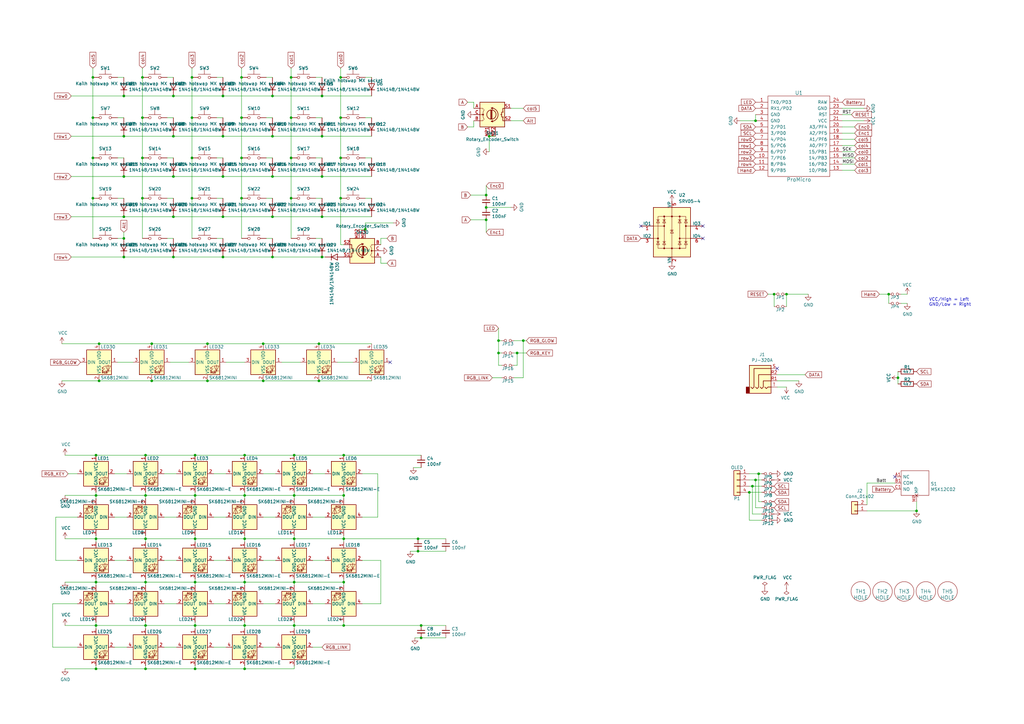
<source format=kicad_sch>
(kicad_sch (version 20211123) (generator eeschema)
  (paper "A3")
  (title_block (title "Lotus 58 Glow") (date "2022-09-14") (rev "v1.24") (company "Markus Knutsson <markus.knutsson@tweety.se>") (comment 1 "https://github.com/TweetyDaBird") (comment 2 "Licensed under CERN-OHL-S v2 or any superseding version"))
  (junction (at 119.38 48.26))
  (junction (at 50.8 97.79))
  (junction (at 59.69 274.32))
  (junction (at 132.08 88.9))
  (junction (at 204.47 139.7))
  (junction (at 59.69 220.98))
  (junction (at 100.33 256.54))
  (junction (at 307.34 201.93))
  (junction (at 85.09 140.97))
  (junction (at 130.81 140.97))
  (junction (at 80.01 220.98))
  (junction (at 91.44 105.41))
  (junction (at 139.7 48.26))
  (junction (at 100.33 203.2))
  (junction (at 58.42 81.28))
  (junction (at 80.01 186.69))
  (junction (at 78.74 81.28))
  (junction (at 204.47 144.78))
  (junction (at 199.39 90.17))
  (junction (at 172.72 261.62))
  (junction (at 111.76 55.88))
  (junction (at 132.08 55.88))
  (junction (at 39.37 186.69))
  (junction (at 368.3 154.94))
  (junction (at 85.09 156.21))
  (junction (at 59.69 256.54))
  (junction (at 50.8 105.41))
  (junction (at 199.39 85.09))
  (junction (at 80.01 274.32))
  (junction (at 111.76 39.37))
  (junction (at 111.76 72.39))
  (junction (at 200.66 55.88))
  (junction (at 119.38 31.75))
  (junction (at 58.42 48.26))
  (junction (at 99.06 31.75))
  (junction (at 71.12 72.39))
  (junction (at 38.1 48.26))
  (junction (at 140.97 238.76))
  (junction (at 50.8 39.37))
  (junction (at 58.42 31.75))
  (junction (at 149.86 93.98))
  (junction (at 50.8 72.39))
  (junction (at 139.7 64.77))
  (junction (at 71.12 55.88))
  (junction (at 99.06 81.28))
  (junction (at 59.69 186.69))
  (junction (at 39.37 220.98))
  (junction (at 71.12 39.37))
  (junction (at 50.8 88.9))
  (junction (at 107.95 156.21))
  (junction (at 140.97 220.98))
  (junction (at 100.33 186.69))
  (junction (at 58.42 64.77))
  (junction (at 38.1 31.75))
  (junction (at 50.8 55.88))
  (junction (at 111.76 105.41))
  (junction (at 140.97 256.54))
  (junction (at 39.37 238.76))
  (junction (at 39.37 274.32))
  (junction (at 91.44 55.88))
  (junction (at 317.5 120.65))
  (junction (at 38.1 64.77))
  (junction (at 375.92 209.55))
  (junction (at 364.49 120.65))
  (junction (at 71.12 105.41))
  (junction (at 78.74 64.77))
  (junction (at 120.65 256.54))
  (junction (at 120.65 220.98))
  (junction (at 39.37 256.54))
  (junction (at 111.76 88.9))
  (junction (at 59.69 203.2))
  (junction (at 80.01 238.76))
  (junction (at 199.39 80.01))
  (junction (at 120.65 186.69))
  (junction (at 171.45 220.98))
  (junction (at 91.44 39.37))
  (junction (at 311.15 194.31))
  (junction (at 132.08 72.39))
  (junction (at 120.65 203.2))
  (junction (at 132.08 39.37))
  (junction (at 119.38 64.77))
  (junction (at 132.08 105.41))
  (junction (at 120.65 238.76))
  (junction (at 322.58 120.65))
  (junction (at 309.88 49.53))
  (junction (at 309.88 196.85))
  (junction (at 140.97 203.2))
  (junction (at 39.37 203.2))
  (junction (at 100.33 220.98))
  (junction (at 78.74 31.75))
  (junction (at 308.61 199.39))
  (junction (at 80.01 203.2))
  (junction (at 99.06 64.77))
  (junction (at 78.74 48.26))
  (junction (at 172.72 256.54))
  (junction (at 80.01 256.54))
  (junction (at 214.63 139.7))
  (junction (at 99.06 48.26))
  (junction (at 212.09 144.78))
  (junction (at 91.44 72.39))
  (junction (at 40.64 140.97))
  (junction (at 100.33 238.76))
  (junction (at 171.45 226.06))
  (junction (at 130.81 156.21))
  (junction (at 139.7 31.75))
  (junction (at 91.44 88.9))
  (junction (at 139.7 81.28))
  (junction (at 62.23 156.21))
  (junction (at 100.33 274.32))
  (junction (at 107.95 140.97))
  (junction (at 62.23 140.97))
  (junction (at 38.1 81.28))
  (junction (at 140.97 186.69))
  (junction (at 71.12 88.9))
  (junction (at 119.38 81.28))
  (junction (at 40.64 156.21))
  (junction (at 59.69 238.76))
  (no_connect (at 160.02 148.59))
  (no_connect (at 367.03 195.58))
  (no_connect (at 262.89 92.71))
  (no_connect (at 288.29 97.79))
  (no_connect (at 288.29 92.71))
  (no_connect (at 318.77 151.13))
  (wire (pts (xy 107.95 156.21) (xy 130.81 156.21)))
  (wire (pts (xy 345.44 59.69) (xy 350.52 59.69)))
  (wire (pts (xy 140.97 203.2) (xy 140.97 201.93)))
  (wire (pts (xy 214.63 139.7) (xy 215.9 139.7)))
  (wire (pts (xy 307.34 194.31) (xy 311.15 194.31)))
  (wire (pts (xy 120.65 203.2) (xy 120.65 201.93)))
  (wire (pts (xy 25.4 156.21) (xy 40.64 156.21)))
  (wire (pts (xy 80.01 238.76) (xy 100.33 238.76)))
  (wire (pts (xy 120.65 186.69) (xy 140.97 186.69)))
  (wire (pts (xy 132.08 48.26) (xy 129.54 48.26)))
  (wire (pts (xy 199.39 80.01) (xy 199.39 76.2)))
  (wire (pts (xy 120.65 222.25) (xy 120.65 220.98)))
  (wire (pts (xy 109.22 31.75) (xy 111.76 31.75)))
  (wire (pts (xy 107.95 265.43) (xy 113.03 265.43)))
  (wire (pts (xy 210.82 144.78) (xy 212.09 144.78)))
  (wire (pts (xy 107.95 194.31) (xy 113.03 194.31)))
  (wire (pts (xy 128.27 229.87) (xy 133.35 229.87)))
  (wire (pts (xy 67.31 212.09) (xy 72.39 212.09)))
  (wire (pts (xy 68.58 64.77) (xy 71.12 64.77)))
  (wire (pts (xy 67.31 247.65) (xy 72.39 247.65)))
  (wire (pts (xy 169.545 191.77) (xy 172.72 191.77)))
  (wire (pts (xy 80.01 220.98) (xy 80.01 222.25)))
  (wire (pts (xy 39.37 274.32) (xy 39.37 273.05)))
  (wire (pts (xy 209.55 49.53) (xy 214.63 49.53)))
  (wire (pts (xy 140.97 186.69) (xy 172.72 186.69)))
  (wire (pts (xy 130.81 140.97) (xy 152.4 140.97)))
  (wire (pts (xy 59.69 257.81) (xy 59.69 256.54)))
  (wire (pts (xy 318.77 153.67) (xy 330.2 153.67)))
  (wire (pts (xy 140.97 220.98) (xy 140.97 222.25)))
  (wire (pts (xy 46.99 212.09) (xy 52.07 212.09)))
  (wire (pts (xy 128.27 194.31) (xy 133.35 194.31)))
  (wire (pts (xy 120.65 255.27) (xy 120.65 256.54)))
  (wire (pts (xy 21.59 247.65) (xy 21.59 265.43)))
  (wire (pts (xy 172.72 261.62) (xy 182.88 261.62)))
  (wire (pts (xy 31.75 247.65) (xy 21.59 247.65)))
  (wire (pts (xy 87.63 212.09) (xy 92.71 212.09)))
  (wire (pts (xy 29.21 105.41) (xy 50.8 105.41)))
  (wire (pts (xy 311.15 194.31) (xy 311.15 205.74)))
  (wire (pts (xy 87.63 229.87) (xy 92.71 229.87)))
  (wire (pts (xy 156.21 229.87) (xy 156.21 247.65)))
  (wire (pts (xy 68.58 31.75) (xy 71.12 31.75)))
  (wire (pts (xy 59.69 220.98) (xy 80.01 220.98)))
  (wire (pts (xy 367.03 198.12) (xy 355.6 198.12)))
  (wire (pts (xy 80.01 186.69) (xy 100.33 186.69)))
  (wire (pts (xy 50.8 81.28) (xy 48.26 81.28)))
  (wire (pts (xy 193.04 80.01) (xy 199.39 80.01)))
  (wire (pts (xy 91.44 97.79) (xy 88.9 97.79)))
  (wire (pts (xy 87.63 194.31) (xy 92.71 194.31)))
  (wire (pts (xy 25.4 140.97) (xy 40.64 140.97)))
  (wire (pts (xy 132.08 55.88) (xy 152.4 55.88)))
  (wire (pts (xy 78.74 48.26) (xy 78.74 64.77)))
  (wire (pts (xy 204.47 149.86) (xy 205.74 149.86)))
  (wire (pts (xy 39.37 220.98) (xy 26.67 220.98)))
  (wire (pts (xy 120.65 256.54) (xy 140.97 256.54)))
  (wire (pts (xy 38.1 27.94) (xy 38.1 31.75)))
  (wire (pts (xy 201.93 154.94) (xy 205.74 154.94)))
  (wire (pts (xy 88.9 31.75) (xy 91.44 31.75)))
  (wire (pts (xy 132.08 105.41) (xy 133.35 105.41)))
  (wire (pts (xy 99.06 31.75) (xy 99.06 48.26)))
  (wire (pts (xy 59.69 220.98) (xy 59.69 222.25)))
  (wire (pts (xy 99.06 27.94) (xy 99.06 31.75)))
  (wire (pts (xy 26.67 186.69) (xy 39.37 186.69)))
  (wire (pts (xy 355.6 198.12) (xy 355.6 207.01)))
  (wire (pts (xy 78.74 64.77) (xy 78.74 81.28)))
  (wire (pts (xy 27.94 194.31) (xy 31.75 194.31)))
  (wire (pts (xy 46.99 194.31) (xy 52.07 194.31)))
  (wire (pts (xy 39.37 203.2) (xy 39.37 204.47)))
  (wire (pts (xy 80.01 237.49) (xy 80.01 238.76)))
  (wire (pts (xy 210.82 139.7) (xy 214.63 139.7)))
  (wire (pts (xy 204.47 144.78) (xy 205.74 144.78)))
  (wire (pts (xy 29.21 55.88) (xy 50.8 55.88)))
  (wire (pts (xy 50.8 55.88) (xy 71.12 55.88)))
  (wire (pts (xy 59.69 255.27) (xy 59.69 256.54)))
  (wire (pts (xy 48.26 64.77) (xy 50.8 64.77)))
  (wire (pts (xy 78.74 31.75) (xy 78.74 48.26)))
  (wire (pts (xy 80.01 203.2) (xy 59.69 203.2)))
  (wire (pts (xy 31.75 229.87) (xy 22.86 229.87)))
  (wire (pts (xy 309.88 49.53) (xy 303.53 49.53)))
  (wire (pts (xy 115.57 148.59) (xy 123.19 148.59)))
  (wire (pts (xy 168.275 226.06) (xy 171.45 226.06)))
  (wire (pts (xy 171.45 226.06) (xy 182.88 226.06)))
  (wire (pts (xy 100.33 203.2) (xy 100.33 201.93)))
  (wire (pts (xy 39.37 240.03) (xy 39.37 238.76)))
  (wire (pts (xy 71.12 105.41) (xy 91.44 105.41)))
  (wire (pts (xy 345.44 52.07) (xy 350.52 52.07)))
  (wire (pts (xy 111.76 64.77) (xy 109.22 64.77)))
  (wire (pts (xy 50.8 95.25) (xy 50.8 97.79)))
  (wire (pts (xy 39.37 220.98) (xy 39.37 222.25)))
  (wire (pts (xy 312.42 194.31) (xy 311.15 194.31)))
  (wire (pts (xy 149.86 64.77) (xy 152.4 64.77)))
  (wire (pts (xy 312.42 196.85) (xy 309.88 196.85)))
  (wire (pts (xy 307.34 201.93) (xy 312.42 201.93)))
  (wire (pts (xy 78.74 81.28) (xy 78.74 97.79)))
  (wire (pts (xy 80.01 203.2) (xy 100.33 203.2)))
  (wire (pts (xy 46.99 265.43) (xy 52.07 265.43)))
  (wire (pts (xy 158.75 107.95) (xy 156.21 107.95)))
  (wire (pts (xy 100.33 220.98) (xy 100.33 222.25)))
  (wire (pts (xy 39.37 201.93) (xy 39.37 203.2)))
  (wire (pts (xy 200.66 62.23) (xy 200.66 55.88)))
  (wire (pts (xy 318.77 156.21) (xy 327.66 156.21)))
  (wire (pts (xy 71.12 72.39) (xy 91.44 72.39)))
  (wire (pts (xy 50.8 88.9) (xy 71.12 88.9)))
  (wire (pts (xy 309.88 46.99) (xy 309.88 49.53)))
  (wire (pts (xy 99.06 64.77) (xy 99.06 81.28)))
  (wire (pts (xy 156.21 107.95) (xy 156.21 105.41)))
  (wire (pts (xy 199.39 95.25) (xy 199.39 90.17)))
  (wire (pts (xy 209.55 44.45) (xy 214.63 44.45)))
  (wire (pts (xy 130.81 156.21) (xy 152.4 156.21)))
  (wire (pts (xy 119.38 81.28) (xy 119.38 97.79)))
  (wire (pts (xy 85.09 156.21) (xy 107.95 156.21)))
  (wire (pts (xy 39.37 219.71) (xy 39.37 220.98)))
  (wire (pts (xy 191.77 52.07) (xy 194.31 52.07)))
  (wire (pts (xy 161.29 91.44) (xy 149.86 91.44)))
  (wire (pts (xy 78.74 27.94) (xy 78.74 31.75)))
  (wire (pts (xy 345.44 49.53) (xy 354.33 49.53)))
  (wire (pts (xy 71.12 55.88) (xy 91.44 55.88)))
  (wire (pts (xy 119.38 31.75) (xy 119.38 48.26)))
  (wire (pts (xy 59.69 274.32) (xy 39.37 274.32)))
  (wire (pts (xy 99.06 48.26) (xy 99.06 64.77)))
  (wire (pts (xy 85.09 140.97) (xy 107.95 140.97)))
  (wire (pts (xy 92.71 148.59) (xy 100.33 148.59)))
  (wire (pts (xy 212.09 149.86) (xy 210.82 149.86)))
  (wire (pts (xy 149.86 81.28) (xy 152.4 81.28)))
  (wire (pts (xy 100.33 203.2) (xy 120.65 203.2)))
  (wire (pts (xy 21.59 265.43) (xy 31.75 265.43)))
  (wire (pts (xy 62.23 156.21) (xy 85.09 156.21)))
  (wire (pts (xy 212.09 144.78) (xy 215.9 144.78)))
  (wire (pts (xy 139.7 31.75) (xy 139.7 48.26)))
  (wire (pts (xy 204.47 144.78) (xy 204.47 149.86)))
  (wire (pts (xy 69.85 148.59) (xy 77.47 148.59)))
  (wire (pts (xy 345.44 54.61) (xy 350.52 54.61)))
  (wire (pts (xy 100.33 274.32) (xy 80.01 274.32)))
  (wire (pts (xy 109.22 81.28) (xy 111.76 81.28)))
  (wire (pts (xy 119.38 48.26) (xy 119.38 64.77)))
  (wire (pts (xy 80.01 274.32) (xy 80.01 273.05)))
  (wire (pts (xy 71.12 48.26) (xy 68.58 48.26)))
  (wire (pts (xy 100.33 256.54) (xy 100.33 255.27)))
  (wire (pts (xy 214.63 154.94) (xy 214.63 139.7)))
  (wire (pts (xy 140.97 220.98) (xy 171.45 220.98)))
  (wire (pts (xy 345.44 44.45) (xy 354.33 44.45)))
  (wire (pts (xy 67.31 229.87) (xy 72.39 229.87)))
  (wire (pts (xy 91.44 88.9) (xy 111.76 88.9)))
  (wire (pts (xy 80.01 257.81) (xy 80.01 256.54)))
  (wire (pts (xy 317.5 120.65) (xy 317.5 125.73)))
  (wire (pts (xy 119.38 64.77) (xy 119.38 81.28)))
  (wire (pts (xy 148.59 247.65) (xy 156.21 247.65)))
  (wire (pts (xy 100.33 238.76) (xy 120.65 238.76)))
  (wire (pts (xy 58.42 27.94) (xy 58.42 31.75)))
  (wire (pts (xy 26.67 256.54) (xy 39.37 256.54)))
  (wire (pts (xy 200.66 55.88) (xy 203.2 55.88)))
  (wire (pts (xy 99.06 81.28) (xy 99.06 97.79)))
  (wire (pts (xy 147.32 93.98) (xy 149.86 93.98)))
  (wire (pts (xy 48.26 148.59) (xy 54.61 148.59)))
  (wire (pts (xy 100.33 257.81) (xy 100.33 256.54)))
  (wire (pts (xy 29.21 88.9) (xy 50.8 88.9)))
  (wire (pts (xy 46.99 247.65) (xy 52.07 247.65)))
  (wire (pts (xy 132.08 97.79) (xy 129.54 97.79)))
  (wire (pts (xy 204.47 139.7) (xy 205.74 139.7)))
  (wire (pts (xy 88.9 48.26) (xy 91.44 48.26)))
  (wire (pts (xy 140.97 237.49) (xy 140.97 238.76)))
  (wire (pts (xy 107.95 247.65) (xy 113.03 247.65)))
  (wire (pts (xy 111.76 97.79) (xy 109.22 97.79)))
  (wire (pts (xy 80.01 203.2) (xy 80.01 204.47)))
  (wire (pts (xy 120.65 274.32) (xy 100.33 274.32)))
  (wire (pts (xy 26.67 238.76) (xy 39.37 238.76)))
  (wire (pts (xy 140.97 220.98) (xy 140.97 219.71)))
  (wire (pts (xy 100.33 204.47) (xy 100.33 203.2)))
  (wire (pts (xy 149.86 31.75) (xy 152.4 31.75)))
  (wire (pts (xy 140.97 203.2) (xy 140.97 204.47)))
  (wire (pts (xy 372.11 124.46) (xy 369.57 124.46)))
  (wire (pts (xy 120.65 204.47) (xy 120.65 203.2)))
  (wire (pts (xy 204.47 139.7) (xy 204.47 144.78)))
  (wire (pts (xy 345.44 62.23) (xy 350.52 62.23)))
  (wire (pts (xy 107.95 140.97) (xy 130.81 140.97)))
  (wire (pts (xy 87.63 247.65) (xy 92.71 247.65)))
  (wire (pts (xy 191.77 41.91) (xy 194.31 41.91)))
  (wire (pts (xy 193.04 90.17) (xy 199.39 90.17)))
  (wire (pts (xy 59.69 186.69) (xy 80.01 186.69)))
  (wire (pts (xy 170.18 261.62) (xy 172.72 261.62)))
  (wire (pts (xy 120.65 238.76) (xy 140.97 238.76)))
  (wire (pts (xy 364.49 124.46) (xy 364.49 120.65)))
  (wire (pts (xy 80.01 220.98) (xy 80.01 219.71)))
  (wire (pts (xy 199.39 85.09) (xy 209.55 85.09)))
  (wire (pts (xy 345.44 67.31) (xy 350.52 67.31)))
  (wire (pts (xy 67.31 265.43) (xy 72.39 265.43)))
  (wire (pts (xy 22.86 229.87) (xy 22.86 212.09)))
  (wire (pts (xy 140.97 256.54) (xy 172.72 256.54)))
  (wire (pts (xy 314.96 120.65) (xy 317.5 120.65)))
  (wire (pts (xy 194.31 52.07) (xy 194.31 49.53)))
  (wire (pts (xy 50.8 105.41) (xy 71.12 105.41)))
  (wire (pts (xy 87.63 265.43) (xy 92.71 265.43)))
  (wire (pts (xy 59.69 274.32) (xy 59.69 273.05)))
  (wire (pts (xy 132.08 31.75) (xy 129.54 31.75)))
  (wire (pts (xy 39.37 203.2) (xy 26.67 203.2)))
  (wire (pts (xy 91.44 81.28) (xy 88.9 81.28)))
  (wire (pts (xy 111.76 55.88) (xy 132.08 55.88)))
  (wire (pts (xy 375.92 209.55) (xy 375.92 205.74)))
  (wire (pts (xy 132.08 72.39) (xy 152.4 72.39)))
  (wire (pts (xy 59.69 203.2) (xy 59.69 201.93)))
  (wire (pts (xy 345.44 69.85) (xy 350.52 69.85)))
  (wire (pts (xy 39.37 186.69) (xy 59.69 186.69)))
  (wire (pts (xy 29.21 39.37) (xy 50.8 39.37)))
  (wire (pts (xy 149.86 91.44) (xy 149.86 93.98)))
  (wire (pts (xy 139.7 64.77) (xy 139.7 81.28)))
  (wire (pts (xy 120.65 257.81) (xy 120.65 256.54)))
  (wire (pts (xy 368.3 154.94) (xy 368.3 157.48)))
  (wire (pts (xy 360.68 120.65) (xy 364.49 120.65)))
  (wire (pts (xy 322.58 120.65) (xy 322.58 125.73)))
  (wire (pts (xy 152.4 48.26) (xy 149.86 48.26)))
  (wire (pts (xy 39.37 203.2) (xy 59.69 203.2)))
  (wire (pts (xy 100.33 237.49) (xy 100.33 238.76)))
  (wire (pts (xy 59.69 237.49) (xy 59.69 238.76)))
  (wire (pts (xy 120.65 203.2) (xy 140.97 203.2)))
  (wire (pts (xy 140.97 256.54) (xy 140.97 255.27)))
  (wire (pts (xy 91.44 105.41) (xy 111.76 105.41)))
  (wire (pts (xy 204.47 134.62) (xy 204.47 139.7)))
  (wire (pts (xy 111.76 72.39) (xy 132.08 72.39)))
  (wire (pts (xy 100.33 220.98) (xy 120.65 220.98)))
  (wire (pts (xy 120.65 274.32) (xy 120.65 273.05)))
  (wire (pts (xy 345.44 46.99) (xy 349.25 46.99)))
  (wire (pts (xy 120.65 220.98) (xy 120.65 219.71)))
  (wire (pts (xy 62.23 140.97) (xy 85.09 140.97)))
  (wire (pts (xy 368.3 152.4) (xy 368.3 154.94)))
  (wire (pts (xy 148.59 229.87) (xy 156.21 229.87)))
  (wire (pts (xy 154.94 194.31) (xy 154.94 212.09)))
  (wire (pts (xy 91.44 72.39) (xy 111.76 72.39)))
  (wire (pts (xy 80.01 201.93) (xy 80.01 203.2)))
  (wire (pts (xy 91.44 39.37) (xy 111.76 39.37)))
  (wire (pts (xy 58.42 81.28) (xy 58.42 97.79)))
  (wire (pts (xy 59.69 220.98) (xy 59.69 219.71)))
  (wire (pts (xy 59.69 204.47) (xy 59.69 203.2)))
  (wire (pts (xy 172.72 256.54) (xy 182.88 256.54)))
  (wire (pts (xy 80.01 240.03) (xy 80.01 238.76)))
  (wire (pts (xy 132.08 265.43) (xy 128.27 265.43)))
  (wire (pts (xy 67.31 194.31) (xy 72.39 194.31)))
  (wire (pts (xy 158.75 97.79) (xy 156.21 97.79)))
  (wire (pts (xy 120.65 220.98) (xy 140.97 220.98)))
  (wire (pts (xy 331.47 120.65) (xy 322.58 120.65)))
  (wire (pts (xy 80.01 256.54) (xy 80.01 255.27)))
  (wire (pts (xy 318.77 158.75) (xy 322.58 158.75)))
  (wire (pts (xy 71.12 39.37) (xy 91.44 39.37)))
  (wire (pts (xy 46.99 229.87) (xy 52.07 229.87)))
  (wire (pts (xy 39.37 255.27) (xy 39.37 256.54)))
  (wire (pts (xy 369.57 120.65) (xy 372.11 120.65)))
  (wire (pts (xy 38.1 48.26) (xy 38.1 64.77)))
  (wire (pts (xy 148.59 212.09) (xy 154.94 212.09)))
  (wire (pts (xy 128.27 247.65) (xy 133.35 247.65)))
  (wire (pts (xy 39.37 257.81) (xy 39.37 256.54)))
  (wire (pts (xy 80.01 220.98) (xy 100.33 220.98)))
  (wire (pts (xy 59.69 256.54) (xy 80.01 256.54)))
  (wire (pts (xy 38.1 81.28) (xy 38.1 97.79)))
  (wire (pts (xy 59.69 238.76) (xy 80.01 238.76)))
  (wire (pts (xy 107.95 212.09) (xy 113.03 212.09)))
  (wire (pts (xy 119.38 27.94) (xy 119.38 31.75)))
  (wire (pts (xy 139.7 48.26) (xy 139.7 64.77)))
  (wire (pts (xy 139.7 27.94) (xy 139.7 31.75)))
  (wire (pts (xy 139.7 81.28) (xy 139.7 100.33)))
  (wire (pts (xy 80.01 274.32) (xy 59.69 274.32)))
  (wire (pts (xy 132.08 39.37) (xy 152.4 39.37)))
  (wire (pts (xy 100.33 186.69) (xy 120.65 186.69)))
  (wire (pts (xy 100.33 274.32) (xy 100.33 273.05)))
  (wire (pts (xy 50.8 39.37) (xy 71.12 39.37)))
  (wire (pts (xy 308.61 199.39) (xy 312.42 199.39)))
  (wire (pts (xy 132.08 88.9) (xy 152.4 88.9)))
  (wire (pts (xy 100.33 256.54) (xy 120.65 256.54)))
  (wire (pts (xy 71.12 88.9) (xy 91.44 88.9)))
  (wire (pts (xy 120.65 240.03) (xy 120.65 238.76)))
  (wire (pts (xy 71.12 81.28) (xy 68.58 81.28)))
  (wire (pts (xy 22.86 212.09) (xy 31.75 212.09)))
  (wire (pts (xy 210.82 154.94) (xy 214.63 154.94)))
  (wire (pts (xy 39.37 274.32) (xy 26.67 274.32)))
  (wire (pts (xy 309.88 196.85) (xy 309.88 208.28)))
  (wire (pts (xy 308.61 210.82) (xy 308.61 199.39)))
  (wire (pts (xy 40.64 156.21) (xy 62.23 156.21)))
  (wire (pts (xy 39.37 238.76) (xy 59.69 238.76)))
  (wire (pts (xy 307.34 213.36) (xy 312.42 213.36)))
  (wire (pts (xy 307.34 201.93) (xy 307.34 213.36)))
  (wire (pts (xy 58.42 64.77) (xy 58.42 81.28)))
  (wire (pts (xy 156.21 97.79) (xy 156.21 100.33)))
  (wire (pts (xy 171.45 220.98) (xy 182.88 220.98)))
  (wire (pts (xy 107.95 229.87) (xy 113.03 229.87)))
  (wire (pts (xy 132.08 64.77) (xy 129.54 64.77)))
  (wire (pts (xy 139.7 100.33) (xy 140.97 100.33)))
  (wire (pts (xy 71.12 97.79) (xy 68.58 97.79)))
  (wire (pts (xy 307.34 196.85) (xy 309.88 196.85)))
  (wire (pts (xy 50.8 48.26) (xy 48.26 48.26)))
  (wire (pts (xy 345.44 64.77) (xy 350.52 64.77)))
  (wire (pts (xy 312.42 205.74) (xy 311.15 205.74)))
  (wire (pts (xy 312.42 210.82) (xy 308.61 210.82)))
  (wire (pts (xy 100.33 238.76) (xy 100.33 240.03)))
  (wire (pts (xy 111.76 48.26) (xy 109.22 48.26)))
  (wire (pts (xy 88.9 64.77) (xy 91.44 64.77)))
  (wire (pts (xy 138.43 148.59) (xy 144.78 148.59)))
  (wire (pts (xy 50.8 31.75) (xy 48.26 31.75)))
  (wire (pts (xy 148.59 194.31) (xy 154.94 194.31)))
  (wire (pts (xy 80.01 256.54) (xy 100.33 256.54)))
  (wire (pts (xy 120.65 237.49) (xy 120.65 238.76)))
  (wire (pts (xy 111.76 105.41) (xy 132.08 105.41)))
  (wire (pts (xy 50.8 72.39) (xy 71.12 72.39)))
  (wire (pts (xy 132.08 81.28) (xy 129.54 81.28)))
  (wire (pts (xy 111.76 88.9) (xy 132.08 88.9)))
  (wire (pts (xy 39.37 220.98) (xy 59.69 220.98)))
  (wire (pts (xy 58.42 31.75) (xy 58.42 48.26)))
  (wire (pts (xy 29.21 72.39) (xy 50.8 72.39)))
  (wire (pts (xy 59.69 238.76) (xy 59.69 240.03)))
  (wire (pts (xy 39.37 256.54) (xy 59.69 256.54)))
  (wire (pts (xy 100.33 220.98) (xy 100.33 219.71)))
  (wire (pts (xy 355.6 209.55) (xy 375.92 209.55)))
  (wire (pts (xy 91.44 55.88) (xy 111.76 55.88)))
  (wire (pts (xy 194.31 41.91) (xy 194.31 44.45)))
  (wire (pts (xy 309.88 208.28) (xy 312.42 208.28)))
  (wire (pts (xy 39.37 237.49) (xy 39.37 238.76)))
  (wire (pts (xy 345.44 57.15) (xy 350.52 57.15)))
  (wire (pts (xy 40.64 140.97) (xy 62.23 140.97)))
  (wire (pts (xy 48.26 97.79) (xy 50.8 97.79)))
  (wire (pts (xy 307.34 199.39) (xy 308.61 199.39)))
  (wire (pts (xy 140.97 238.76) (xy 140.97 240.03)))
  (wire (pts (xy 38.1 31.75) (xy 38.1 48.26)))
  (wire (pts (xy 111.76 39.37) (xy 132.08 39.37)))
  (wire (pts (xy 212.09 144.78) (xy 212.09 149.86)))
  (wire (pts (xy 58.42 48.26) (xy 58.42 64.77)))
  (wire (pts (xy 38.1 64.77) (xy 38.1 81.28)))
  (wire (pts (xy 128.27 212.09) (xy 133.35 212.09)))
  (text "VCC/High = Left\nGND/Low = Right" (at 381 125.73 0) (effects (font (size 1.27 1.27)) (justify left bottom)))
  (label "MOSI" (at 345.44 67.31 0))
  (label "SCK" (at 345.44 62.23 0))
  (label "Batt" (at 359.41 198.12 0))
  (label "RST" (at 345.44 46.99 0))
  (label "MISO" (at 345.44 64.77 0))
  (global_label "A" (shape input) (at 193.04 90.17 180) (property "Intersheet References" "${INTERSHEET_REFS}" (effects hide)))
  (global_label "Alt" (shape input) (at 50.8 95.25 90) (property "Intersheet References" "${INTERSHEET_REFS}" (effects hide)))
  (global_label "col2" (shape input) (at 350.52 64.77 0) (property "Intersheet References" "${INTERSHEET_REFS}" (effects hide)))
  (global_label "RESET" (shape input) (at 314.96 120.65 180) (property "Intersheet References" "${INTERSHEET_REFS}" (effects hide)))
  (global_label "row2" (shape input) (at 309.88 62.23 180) (property "Intersheet References" "${INTERSHEET_REFS}" (effects hide)))
  (global_label "RESET" (shape input) (at 349.25 46.99 0) (property "Intersheet References" "${INTERSHEET_REFS}" (effects hide)))
  (global_label "col4" (shape input) (at 58.42 27.94 90) (property "Intersheet References" "${INTERSHEET_REFS}" (effects hide)))
  (global_label "row1" (shape input) (at 309.88 59.69 180) (property "Intersheet References" "${INTERSHEET_REFS}" (effects hide)))
  (global_label "RGB_GLOW" (shape input) (at 33.02 148.59 180) (property "Intersheet References" "${INTERSHEET_REFS}" (effects hide)))
  (global_label "SCL" (shape input) (at 375.92 152.4 0) (property "Intersheet References" "${INTERSHEET_REFS}" (effects hide)))
  (global_label "Battery" (shape input) (at 345.44 41.91 0) (property "Intersheet References" "${INTERSHEET_REFS}" (effects hide)))
  (global_label "RGB_GLOW" (shape input) (at 215.9 139.7 0) (property "Intersheet References" "${INTERSHEET_REFS}" (effects hide)))
  (global_label "SDA" (shape input) (at 375.92 157.48 0) (property "Intersheet References" "${INTERSHEET_REFS}" (effects hide)))
  (global_label "Enc1" (shape input) (at 199.39 95.25 0) (property "Intersheet References" "${INTERSHEET_REFS}" (effects hide)))
  (global_label "RGB_KEY" (shape input) (at 215.9 144.78 0) (property "Intersheet References" "${INTERSHEET_REFS}" (effects hide)))
  (global_label "RGB_LINK" (shape input) (at 201.93 154.94 180) (property "Intersheet References" "${INTERSHEET_REFS}" (effects hide)))
  (global_label "row3" (shape input) (at 29.21 88.9 180) (property "Intersheet References" "${INTERSHEET_REFS}" (effects hide)))
  (global_label "SDA" (shape input) (at 317.5 205.74 0) (property "Intersheet References" "${INTERSHEET_REFS}" (effects hide)))
  (global_label "row3" (shape input) (at 309.88 64.77 180) (property "Intersheet References" "${INTERSHEET_REFS}" (effects hide)))
  (global_label "SCL" (shape input) (at 309.88 54.61 180) (property "Intersheet References" "${INTERSHEET_REFS}" (effects hide)))
  (global_label "SDA" (shape input) (at 317.5 201.93 0) (property "Intersheet References" "${INTERSHEET_REFS}" (effects hide)))
  (global_label "Enc0" (shape input) (at 350.52 52.07 0) (property "Intersheet References" "${INTERSHEET_REFS}" (effects hide)))
  (global_label "col4" (shape input) (at 350.52 59.69 0) (property "Intersheet References" "${INTERSHEET_REFS}" (effects hide)))
  (global_label "row1" (shape input) (at 29.21 55.88 180) (property "Intersheet References" "${INTERSHEET_REFS}" (effects hide)))
  (global_label "SCL" (shape input) (at 317.5 208.28 0) (property "Intersheet References" "${INTERSHEET_REFS}" (effects hide)))
  (global_label "RGB_LINK" (shape input) (at 132.08 265.43 0) (property "Intersheet References" "${INTERSHEET_REFS}" (effects hide)))
  (global_label "row2" (shape input) (at 29.21 72.39 180) (property "Intersheet References" "${INTERSHEET_REFS}" (effects hide)))
  (global_label "A" (shape input) (at 191.77 41.91 180) (property "Intersheet References" "${INTERSHEET_REFS}" (effects hide)))
  (global_label "col5" (shape input) (at 214.63 44.45 0) (property "Intersheet References" "${INTERSHEET_REFS}" (effects hide)))
  (global_label "col5" (shape input) (at 38.1 27.94 90) (property "Intersheet References" "${INTERSHEET_REFS}" (effects hide)))
  (global_label "col0" (shape input) (at 350.52 62.23 0) (property "Intersheet References" "${INTERSHEET_REFS}" (effects hide)))
  (global_label "col3" (shape input) (at 78.74 27.94 90) (property "Intersheet References" "${INTERSHEET_REFS}" (effects hide)))
  (global_label "DATA" (shape input) (at 262.89 97.79 180) (property "Intersheet References" "${INTERSHEET_REFS}" (effects hide)))
  (global_label "Battery" (shape input) (at 367.03 200.66 180) (property "Intersheet References" "${INTERSHEET_REFS}" (effects hide)))
  (global_label "LED" (shape input) (at 309.88 41.91 180) (property "Intersheet References" "${INTERSHEET_REFS}" (effects hide)))
  (global_label "SCL" (shape input) (at 317.5 199.39 0) (property "Intersheet References" "${INTERSHEET_REFS}" (effects hide)))
  (global_label "Hand" (shape input) (at 309.88 69.85 180) (property "Intersheet References" "${INTERSHEET_REFS}" (effects hide)))
  (global_label "A" (shape input) (at 158.75 107.95 0) (property "Intersheet References" "${INTERSHEET_REFS}" (effects hide)))
  (global_label "row0" (shape input) (at 29.21 39.37 180) (property "Intersheet References" "${INTERSHEET_REFS}" (effects hide)))
  (global_label "SDA" (shape input) (at 309.88 52.07 180) (property "Intersheet References" "${INTERSHEET_REFS}" (effects hide)))
  (global_label "RGB_KEY" (shape input) (at 27.94 194.31 180) (property "Intersheet References" "${INTERSHEET_REFS}" (effects hide)))
  (global_label "Alt" (shape input) (at 214.63 49.53 0) (property "Intersheet References" "${INTERSHEET_REFS}" (effects hide)))
  (global_label "B" (shape input) (at 193.04 80.01 180) (property "Intersheet References" "${INTERSHEET_REFS}" (effects hide)))
  (global_label "col5" (shape input) (at 350.52 57.15 0) (property "Intersheet References" "${INTERSHEET_REFS}" (effects hide)))
  (global_label "DATA" (shape input) (at 330.2 153.67 0) (property "Intersheet References" "${INTERSHEET_REFS}" (effects hide)))
  (global_label "Enc0" (shape input) (at 199.39 76.2 0) (property "Intersheet References" "${INTERSHEET_REFS}" (effects hide)))
  (global_label "row4" (shape input) (at 29.21 105.41 180) (property "Intersheet References" "${INTERSHEET_REFS}" (effects hide)))
  (global_label "row0" (shape input) (at 309.88 57.15 180) (property "Intersheet References" "${INTERSHEET_REFS}" (effects hide)))
  (global_label "B" (shape input) (at 191.77 52.07 180) (property "Intersheet References" "${INTERSHEET_REFS}" (effects hide)))
  (global_label "B" (shape input) (at 158.75 97.79 0) (property "Intersheet References" "${INTERSHEET_REFS}" (effects hide)))
  (global_label "col1" (shape input) (at 350.52 67.31 0) (property "Intersheet References" "${INTERSHEET_REFS}" (effects hide)))
  (global_label "col1" (shape input) (at 119.38 27.94 90) (property "Intersheet References" "${INTERSHEET_REFS}" (effects hide)))
  (global_label "col0" (shape input) (at 139.7 27.94 90) (property "Intersheet References" "${INTERSHEET_REFS}" (effects hide)))
  (global_label "Hand" (shape input) (at 360.68 120.65 180) (property "Intersheet References" "${INTERSHEET_REFS}" (effects hide)))
  (global_label "col2" (shape input) (at 99.06 27.94 90) (property "Intersheet References" "${INTERSHEET_REFS}" (effects hide)))
  (global_label "DATA" (shape input) (at 309.88 44.45 180) (property "Intersheet References" "${INTERSHEET_REFS}" (effects hide)))
  (global_label "row4" (shape input) (at 309.88 67.31 180) (property "Intersheet References" "${INTERSHEET_REFS}" (effects hide)))
  (global_label "Enc1" (shape input) (at 350.52 54.61 0) (property "Intersheet References" "${INTERSHEET_REFS}" (effects hide)))
  (global_label "col3" (shape input) (at 350.52 69.85 0) (property "Intersheet References" "${INTERSHEET_REFS}" (effects hide)))
  (global_label "LED" (shape input) (at 204.47 134.62 180) (property "Intersheet References" "${INTERSHEET_REFS}" (effects hide)))
  (symbol (lib_id "keebio:ProMicro") (at 327.66 55.88 0) (unit 1)
    (property "Reference" "U1" (at 327.66 38.1 0) (effects (font (size 1.524 1.524))))
    (property "Value" "ProMicro" (at 327.66 73.66 0) (effects (font (size 1.524 1.524))))
    (property "Footprint" "Keyboard Library:ProMicro_Reversible" (effects hide))
  )
  (symbol (lib_id "Switch:SW_Push") (at 43.18 97.79 0) (unit 1)
    (property "Reference" "SW25" (at 43.18 93.98 0))
    (property "Value" "Kailh hotswap MX socket" (at 43.18 100.33 0))
    (property "Footprint" "keyswitches:Kailh_socket_MX_reversible_RGB" (effects hide))
  )
  (symbol (lib_id "Switch:SW_Push") (at 63.5 97.79 0) (unit 1)
    (property "Reference" "SW26" (at 63.5 93.98 0))
    (property "Value" "Kailh hotswap MX socket" (at 63.5 100.33 0))
    (property "Footprint" "keyswitches:Kailh_socket_MX_reversible_RGB" (effects hide))
  )
  (symbol (lib_id "Switch:SW_Push") (at 43.18 31.75 0) (unit 1)
    (property "Reference" "SW1" (at 43.18 27.94 0))
    (property "Value" "Kailh hotswap MX socket" (at 43.18 34.29 0))
    (property "Footprint" "keyswitches:Kailh_socket_MX_reversible_RGB" (effects hide))
  )
  (symbol (lib_id "Device:D") (at 50.8 35.56 90) (unit 1)
    (property "Reference" "D1" (at 52.8066 34.3916 90) (effects (justify right)))
    (property "Value" "1N4148/1N4148W" (at 52.8066 36.703 90) (effects (justify right)))
    (property "Footprint" "Keyboard Library:Diode_DO35_SOD123" (effects hide))
  )
  (symbol (lib_id "Switch:SW_Push") (at 63.5 31.75 0) (unit 1)
    (property "Reference" "SW2" (at 63.5 27.94 0))
    (property "Value" "Kailh hotswap MX socket" (at 63.5 34.29 0))
    (property "Footprint" "keyswitches:Kailh_socket_MX_reversible_RGB" (effects hide))
  )
  (symbol (lib_id "Device:D") (at 71.12 35.56 90) (unit 1)
    (property "Reference" "D2" (at 73.1266 34.3916 90) (effects (justify right)))
    (property "Value" "1N4148/1N4148W" (at 73.1266 36.703 90) (effects (justify right)))
    (property "Footprint" "Keyboard Library:Diode_DO35_SOD123" (effects hide))
  )
  (symbol (lib_id "Switch:SW_Push") (at 83.82 31.75 0) (unit 1)
    (property "Reference" "SW3" (at 83.82 27.94 0))
    (property "Value" "Kailh hotswap MX socket" (at 83.82 34.29 0))
    (property "Footprint" "keyswitches:Kailh_socket_MX_reversible_RGB" (effects hide))
  )
  (symbol (lib_id "Device:D") (at 91.44 35.56 90) (unit 1)
    (property "Reference" "D3" (at 93.4466 34.3916 90) (effects (justify right)))
    (property "Value" "1N4148/1N4148W" (at 93.4466 36.703 90) (effects (justify right)))
    (property "Footprint" "Keyboard Library:Diode_DO35_SOD123" (effects hide))
  )
  (symbol (lib_id "Switch:SW_Push") (at 104.14 31.75 0) (unit 1)
    (property "Reference" "SW4" (at 104.14 27.94 0))
    (property "Value" "Kailh hotswap MX socket" (at 104.14 34.29 0))
    (property "Footprint" "keyswitches:Kailh_socket_MX_reversible_RGB" (effects hide))
  )
  (symbol (lib_id "Device:D") (at 111.76 35.56 90) (unit 1)
    (property "Reference" "D4" (at 113.7666 34.3916 90) (effects (justify right)))
    (property "Value" "1N4148/1N4148W" (at 113.7666 36.703 90) (effects (justify right)))
    (property "Footprint" "Keyboard Library:Diode_DO35_SOD123" (effects hide))
  )
  (symbol (lib_id "Switch:SW_Push") (at 124.46 31.75 0) (unit 1)
    (property "Reference" "SW5" (at 124.46 27.94 0))
    (property "Value" "Kailh hotswap MX socket" (at 124.46 34.29 0))
    (property "Footprint" "keyswitches:Kailh_socket_MX_reversible_RGB" (effects hide))
  )
  (symbol (lib_id "Device:D") (at 132.08 35.56 90) (unit 1)
    (property "Reference" "D5" (at 134.0866 34.3916 90) (effects (justify right)))
    (property "Value" "1N4148/1N4148W" (at 134.0866 36.703 90) (effects (justify right)))
    (property "Footprint" "Keyboard Library:Diode_DO35_SOD123" (effects hide))
  )
  (symbol (lib_id "Switch:SW_Push") (at 144.78 31.75 0) (unit 1)
    (property "Reference" "SW6" (at 144.78 27.94 0))
    (property "Value" "Kailh hotswap MX socket" (at 144.78 33.02 0))
    (property "Footprint" "keyswitches:Kailh_socket_MX_reversible_RGB" (effects hide))
  )
  (symbol (lib_id "Device:D") (at 152.4 35.56 90) (unit 1)
    (property "Reference" "D6" (at 154.4066 34.3916 90) (effects (justify right)))
    (property "Value" "1N4148/1N4148W" (at 154.4066 36.703 90) (effects (justify right)))
    (property "Footprint" "Keyboard Library:Diode_DO35_SOD123" (effects hide))
  )
  (symbol (lib_id "Switch:SW_Push") (at 63.5 48.26 0) (unit 1)
    (property "Reference" "SW8" (at 63.5 44.45 0))
    (property "Value" "Kailh hotswap MX socket" (at 63.5 50.8 0))
    (property "Footprint" "keyswitches:Kailh_socket_MX_reversible_RGB" (effects hide))
  )
  (symbol (lib_id "Switch:SW_Push") (at 83.82 48.26 0) (unit 1)
    (property "Reference" "SW9" (at 83.82 44.45 0))
    (property "Value" "Kailh hotswap MX socket" (at 83.82 50.8 0))
    (property "Footprint" "keyswitches:Kailh_socket_MX_reversible_RGB" (effects hide))
  )
  (symbol (lib_id "Switch:SW_Push") (at 104.14 48.26 0) (unit 1)
    (property "Reference" "SW10" (at 104.14 44.45 0))
    (property "Value" "Kailh hotswap MX socket" (at 104.14 50.8 0))
    (property "Footprint" "keyswitches:Kailh_socket_MX_reversible_RGB" (effects hide))
  )
  (symbol (lib_id "Switch:SW_Push") (at 124.46 48.26 0) (unit 1)
    (property "Reference" "SW11" (at 124.46 44.45 0))
    (property "Value" "Kailh hotswap MX socket" (at 124.46 50.8 0))
    (property "Footprint" "keyswitches:Kailh_socket_MX_reversible_RGB" (effects hide))
  )
  (symbol (lib_id "Switch:SW_Push") (at 144.78 48.26 0) (unit 1)
    (property "Reference" "SW12" (at 144.78 44.45 0))
    (property "Value" "Kailh hotswap MX socket" (at 144.78 50.8 0))
    (property "Footprint" "keyswitches:Kailh_socket_MX_reversible_RGB" (effects hide))
  )
  (symbol (lib_id "Switch:SW_Push") (at 43.18 48.26 0) (unit 1)
    (property "Reference" "SW7" (at 43.18 44.45 0))
    (property "Value" "Kailh hotswap MX socket" (at 43.18 50.8 0))
    (property "Footprint" "keyswitches:Kailh_socket_MX_reversible_RGB" (effects hide))
  )
  (symbol (lib_id "Device:D") (at 50.8 52.07 90) (unit 1)
    (property "Reference" "D7" (at 52.8066 50.9016 90) (effects (justify right)))
    (property "Value" "1N4148/1N4148W" (at 52.8066 53.213 90) (effects (justify right)))
    (property "Footprint" "Keyboard Library:Diode_DO35_SOD123" (effects hide))
  )
  (symbol (lib_id "Device:D") (at 71.12 52.07 90) (unit 1)
    (property "Reference" "D8" (at 73.1266 50.9016 90) (effects (justify right)))
    (property "Value" "1N4148/1N4148W" (at 73.1266 53.213 90) (effects (justify right)))
    (property "Footprint" "Keyboard Library:Diode_DO35_SOD123" (effects hide))
  )
  (symbol (lib_id "Device:D") (at 91.44 52.07 90) (unit 1)
    (property "Reference" "D9" (at 93.4466 50.9016 90) (effects (justify right)))
    (property "Value" "1N4148/1N4148W" (at 93.4466 53.213 90) (effects (justify right)))
    (property "Footprint" "Keyboard Library:Diode_DO35_SOD123" (effects hide))
  )
  (symbol (lib_id "Device:D") (at 111.76 52.07 90) (unit 1)
    (property "Reference" "D10" (at 113.7666 50.9016 90) (effects (justify right)))
    (property "Value" "1N4148/1N4148W" (at 113.7666 53.213 90) (effects (justify right)))
    (property "Footprint" "Keyboard Library:Diode_DO35_SOD123" (effects hide))
  )
  (symbol (lib_id "Device:D") (at 132.08 52.07 90) (unit 1)
    (property "Reference" "D11" (at 134.0866 50.9016 90) (effects (justify right)))
    (property "Value" "1N4148/1N4148W" (at 134.0866 53.213 90) (effects (justify right)))
    (property "Footprint" "Keyboard Library:Diode_DO35_SOD123" (effects hide))
  )
  (symbol (lib_id "Device:D") (at 152.4 52.07 90) (unit 1)
    (property "Reference" "D12" (at 154.4066 50.9016 90) (effects (justify right)))
    (property "Value" "1N4148/1N4148W" (at 154.4066 53.213 90) (effects (justify right)))
    (property "Footprint" "Keyboard Library:Diode_DO35_SOD123" (effects hide))
  )
  (symbol (lib_id "Switch:SW_Push") (at 43.18 64.77 0) (unit 1)
    (property "Reference" "SW13" (at 43.18 60.96 0))
    (property "Value" "Kailh hotswap MX socket" (at 43.18 67.31 0))
    (property "Footprint" "keyswitches:Kailh_socket_MX_reversible_RGB" (effects hide))
  )
  (symbol (lib_id "Switch:SW_Push") (at 63.5 64.77 0) (unit 1)
    (property "Reference" "SW14" (at 63.5 60.96 0))
    (property "Value" "Kailh hotswap MX socket" (at 63.5 67.31 0))
    (property "Footprint" "keyswitches:Kailh_socket_MX_reversible_RGB" (effects hide))
  )
  (symbol (lib_id "Switch:SW_Push") (at 83.82 64.77 0) (unit 1)
    (property "Reference" "SW15" (at 83.82 60.96 0))
    (property "Value" "Kailh hotswap MX socket" (at 83.82 67.31 0))
    (property "Footprint" "keyswitches:Kailh_socket_MX_reversible_RGB" (effects hide))
  )
  (symbol (lib_id "Switch:SW_Push") (at 104.14 64.77 0) (unit 1)
    (property "Reference" "SW16" (at 104.14 60.96 0))
    (property "Value" "Kailh hotswap MX socket" (at 104.14 67.31 0))
    (property "Footprint" "keyswitches:Kailh_socket_MX_reversible_RGB" (effects hide))
  )
  (symbol (lib_id "Switch:SW_Push") (at 124.46 64.77 0) (unit 1)
    (property "Reference" "SW17" (at 124.46 60.96 0))
    (property "Value" "Kailh hotswap MX socket" (at 124.46 67.31 0))
    (property "Footprint" "keyswitches:Kailh_socket_MX_reversible_RGB" (effects hide))
  )
  (symbol (lib_id "Switch:SW_Push") (at 144.78 64.77 0) (unit 1)
    (property "Reference" "SW18" (at 144.78 60.96 0))
    (property "Value" "Kailh hotswap MX socket" (at 144.78 67.31 0))
    (property "Footprint" "keyswitches:Kailh_socket_MX_reversible_RGB" (effects hide))
  )
  (symbol (lib_id "Device:D") (at 50.8 68.58 90) (unit 1)
    (property "Reference" "D13" (at 52.8066 67.4116 90) (effects (justify right)))
    (property "Value" "1N4148/1N4148W" (at 52.8066 69.723 90) (effects (justify right)))
    (property "Footprint" "Keyboard Library:Diode_DO35_SOD123" (effects hide))
  )
  (symbol (lib_id "Device:D") (at 71.12 68.58 90) (unit 1)
    (property "Reference" "D14" (at 73.1266 67.4116 90) (effects (justify right)))
    (property "Value" "1N4148/1N4148W" (at 73.1266 69.723 90) (effects (justify right)))
    (property "Footprint" "Keyboard Library:Diode_DO35_SOD123" (effects hide))
  )
  (symbol (lib_id "Device:D") (at 91.44 68.58 90) (unit 1)
    (property "Reference" "D15" (at 93.4466 67.4116 90) (effects (justify right)))
    (property "Value" "1N4148/1N4148W" (at 93.4466 69.723 90) (effects (justify right)))
    (property "Footprint" "Keyboard Library:Diode_DO35_SOD123" (effects hide))
  )
  (symbol (lib_id "Device:D") (at 111.76 68.58 90) (unit 1)
    (property "Reference" "D16" (at 113.7666 67.4116 90) (effects (justify right)))
    (property "Value" "1N4148/1N4148W" (at 113.7666 69.723 90) (effects (justify right)))
    (property "Footprint" "Keyboard Library:Diode_DO35_SOD123" (effects hide))
  )
  (symbol (lib_id "Device:D") (at 132.08 68.58 90) (unit 1)
    (property "Reference" "D17" (at 134.0866 67.4116 90) (effects (justify right)))
    (property "Value" "1N4148/1N4148W" (at 134.0866 69.723 90) (effects (justify right)))
    (property "Footprint" "Keyboard Library:Diode_DO35_SOD123" (effects hide))
  )
  (symbol (lib_id "Device:D") (at 152.4 68.58 90) (unit 1)
    (property "Reference" "D18" (at 154.4066 67.4116 90) (effects (justify right)))
    (property "Value" "1N4148/1N4148W" (at 154.4066 69.723 90) (effects (justify right)))
    (property "Footprint" "Keyboard Library:Diode_DO35_SOD123" (effects hide))
  )
  (symbol (lib_id "Switch:SW_Push") (at 83.82 81.28 0) (unit 1)
    (property "Reference" "SW21" (at 83.82 77.47 0))
    (property "Value" "Kailh hotswap MX socket" (at 83.82 83.82 0))
    (property "Footprint" "keyswitches:Kailh_socket_MX_reversible_RGB" (effects hide))
  )
  (symbol (lib_id "Switch:SW_Push") (at 104.14 81.28 0) (unit 1)
    (property "Reference" "SW22" (at 104.14 77.47 0))
    (property "Value" "Kailh hotswap MX socket" (at 104.14 83.82 0))
    (property "Footprint" "keyswitches:Kailh_socket_MX_reversible_RGB" (effects hide))
  )
  (symbol (lib_id "Switch:SW_Push") (at 124.46 81.28 0) (unit 1)
    (property "Reference" "SW23" (at 124.46 77.47 0))
    (property "Value" "Kailh hotswap MX socket" (at 124.46 83.82 0))
    (property "Footprint" "keyswitches:Kailh_socket_MX_reversible_RGB" (effects hide))
  )
  (symbol (lib_id "Switch:SW_Push") (at 144.78 81.28 0) (unit 1)
    (property "Reference" "SW24" (at 144.78 77.47 0))
    (property "Value" "Kailh hotswap MX socket" (at 144.78 83.82 0))
    (property "Footprint" "keyswitches:Kailh_socket_MX_reversible_RGB" (effects hide))
  )
  (symbol (lib_id "Switch:SW_Push") (at 63.5 81.28 0) (unit 1)
    (property "Reference" "SW20" (at 63.5 77.47 0))
    (property "Value" "Kailh hotswap MX socket" (at 63.5 83.82 0))
    (property "Footprint" "keyswitches:Kailh_socket_MX_reversible_RGB" (effects hide))
  )
  (symbol (lib_id "Switch:SW_Push") (at 43.18 81.28 0) (unit 1)
    (property "Reference" "SW19" (at 43.18 77.47 0))
    (property "Value" "Kailh hotswap MX socket" (at 43.18 83.82 0))
    (property "Footprint" "keyswitches:Kailh_socket_MX_reversible_RGB" (effects hide))
  )
  (symbol (lib_id "Device:D") (at 50.8 85.09 90) (unit 1)
    (property "Reference" "D19" (at 52.8066 83.9216 90) (effects (justify right)))
    (property "Value" "1N4148/1N4148W" (at 52.8066 86.233 90) (effects (justify right)))
    (property "Footprint" "Keyboard Library:Diode_DO35_SOD123" (effects hide))
  )
  (symbol (lib_id "Device:D") (at 71.12 85.09 90) (unit 1)
    (property "Reference" "D20" (at 73.1266 83.9216 90) (effects (justify right)))
    (property "Value" "1N4148/1N4148W" (at 73.1266 86.233 90) (effects (justify right)))
    (property "Footprint" "Keyboard Library:Diode_DO35_SOD123" (effects hide))
  )
  (symbol (lib_id "Device:D") (at 91.44 85.09 90) (unit 1)
    (property "Reference" "D21" (at 93.4466 83.9216 90) (effects (justify right)))
    (property "Value" "1N4148/1N4148W" (at 93.4466 86.233 90) (effects (justify right)))
    (property "Footprint" "Keyboard Library:Diode_DO35_SOD123" (effects hide))
  )
  (symbol (lib_id "Device:D") (at 111.76 85.09 90) (unit 1)
    (property "Reference" "D22" (at 113.7666 83.9216 90) (effects (justify right)))
    (property "Value" "1N4148/1N4148W" (at 113.7666 86.233 90) (effects (justify right)))
    (property "Footprint" "Keyboard Library:Diode_DO35_SOD123" (effects hide))
  )
  (symbol (lib_id "Device:D") (at 132.08 85.09 90) (unit 1)
    (property "Reference" "D23" (at 134.0866 83.9216 90) (effects (justify right)))
    (property "Value" "1N4148/1N4148W" (at 134.0866 86.233 90) (effects (justify right)))
    (property "Footprint" "Keyboard Library:Diode_DO35_SOD123" (effects hide))
  )
  (symbol (lib_id "Device:D") (at 152.4 85.09 90) (unit 1)
    (property "Reference" "D24" (at 154.4066 83.9216 90) (effects (justify right)))
    (property "Value" "1N4148/1N4148W" (at 154.4066 86.233 90) (effects (justify right)))
    (property "Footprint" "Keyboard Library:Diode_DO35_SOD123" (effects hide))
  )
  (symbol (lib_id "Switch:SW_Push") (at 83.82 97.79 0) (unit 1)
    (property "Reference" "SW27" (at 83.82 93.98 0))
    (property "Value" "Kailh hotswap MX socket" (at 83.82 100.33 0))
    (property "Footprint" "keyswitches:Kailh_socket_MX_reversible_RGB" (effects hide))
  )
  (symbol (lib_id "Switch:SW_Push") (at 104.14 97.79 0) (unit 1)
    (property "Reference" "SW28" (at 104.14 93.98 0))
    (property "Value" "Kailh hotswap MX socket" (at 104.14 100.33 0))
    (property "Footprint" "keyswitches:Kailh_socket_MX_reversible_RGB" (effects hide))
  )
  (symbol (lib_id "Switch:SW_Push") (at 124.46 97.79 0) (unit 1)
    (property "Reference" "SW29" (at 124.46 93.98 0))
    (property "Value" "Kailh hotswap MX socket" (at 124.46 100.33 0))
    (property "Footprint" "keyswitches:Kailh_socket_MX_reversible_RGB" (effects hide))
  )
  (symbol (lib_id "Device:D") (at 50.8 101.6 90) (unit 1)
    (property "Reference" "D25" (at 52.8066 100.4316 90) (effects (justify right)))
    (property "Value" "1N4148/1N4148W" (at 52.8066 102.743 90) (effects (justify right)))
    (property "Footprint" "Keyboard Library:Diode_DO35_SOD123" (effects hide))
  )
  (symbol (lib_id "Device:D") (at 71.12 101.6 90) (unit 1)
    (property "Reference" "D26" (at 73.1266 100.4316 90) (effects (justify right)))
    (property "Value" "1N4148/1N4148W" (at 73.1266 102.743 90) (effects (justify right)))
    (property "Footprint" "Keyboard Library:Diode_DO35_SOD123" (effects hide))
  )
  (symbol (lib_id "Device:D") (at 91.44 101.6 90) (unit 1)
    (property "Reference" "D27" (at 93.4466 100.4316 90) (effects (justify right)))
    (property "Value" "1N4148/1N4148W" (at 93.4466 102.743 90) (effects (justify right)))
    (property "Footprint" "Keyboard Library:Diode_DO35_SOD123" (effects hide))
  )
  (symbol (lib_id "Device:D") (at 111.76 101.6 90) (unit 1)
    (property "Reference" "D28" (at 113.7666 100.4316 90) (effects (justify right)))
    (property "Value" "1N4148/1N4148W" (at 113.7666 102.743 90) (effects (justify right)))
    (property "Footprint" "Keyboard Library:Diode_DO35_SOD123" (effects hide))
  )
  (symbol (lib_id "Device:D") (at 132.08 101.6 90) (unit 1)
    (property "Reference" "D29" (at 134.0866 100.4316 90) (effects (justify right)))
    (property "Value" "1N4148/1N4148W" (at 134.0866 102.743 90) (effects (justify right)))
    (property "Footprint" "Keyboard Library:Diode_DO35_SOD123" (effects hide))
  )
  (symbol (lib_id "power:VCC") (at 354.33 49.53 270) (unit 1)
    (property "Reference" "#PWR04" (effects hide))
    (property "Value" "VCC" (at 358.14 49.53 0))
  )
  (symbol (lib_id "power:VCC") (at 368.3 154.94 90) (unit 1)
    (property "Reference" "#PWR06" (effects hide))
    (property "Value" "VCC" (at 364.49 154.94 0))
  )
  (symbol (lib_id "Device:R") (at 372.11 157.48 90) (unit 1)
    (property "Reference" "R2" (at 372.11 154.94 90) (effects (justify bottom)))
    (property "Value" "4k7" (at 372.11 157.48 90))
    (property "Footprint" "Resistor_THT:R_Axial_DIN0207_L6.3mm_D2.5mm_P7.62mm_Horizontal" (effects hide))
  )
  (symbol (lib_id "Device:R") (at 372.11 152.4 90) (unit 1)
    (property "Reference" "R1" (at 372.11 149.86 90) (effects (justify bottom)))
    (property "Value" "4k7" (at 372.11 152.4 90))
    (property "Footprint" "Resistor_THT:R_Axial_DIN0207_L6.3mm_D2.5mm_P7.62mm_Horizontal" (effects hide))
  )
  (symbol (lib_id "power:GND") (at 331.47 120.65 0) (unit 1)
    (property "Reference" "#PWR05" (effects hide))
    (property "Value" "GND" (at 331.597 125.0442 0))
  )
  (symbol (lib_id "power:PWR_FLAG") (at 313.69 241.3 0) (unit 1)
    (property "Reference" "#FLG01" (effects hide))
    (property "Value" "PWR_FLAG" (at 313.69 236.8804 0))
  )
  (symbol (lib_id "power:GND") (at 313.69 241.3 0) (unit 1)
    (property "Reference" "#PWR015" (effects hide))
    (property "Value" "GND" (at 313.817 245.6942 0))
  )
  (symbol (lib_id "power:VCC") (at 322.58 241.3 0) (unit 1)
    (property "Reference" "#PWR016" (effects hide))
    (property "Value" "VCC" (at 323.0118 236.9058 0))
  )
  (symbol (lib_id "power:PWR_FLAG") (at 322.58 241.3 180) (unit 1)
    (property "Reference" "#FLG02" (effects hide))
    (property "Value" "PWR_FLAG" (at 322.58 245.6942 0))
  )
  (symbol (lib_id "keebio:Hole") (at 361.95 242.57 0) (unit 1)
    (property "Reference" "TH2" (at 361.95 242.57 0) (effects (font (size 1.524 1.524))))
    (property "Value" "HOLE" (at 361.95 245.11 0) (effects (font (size 1.524 1.524))))
    (property "Footprint" "Keyboard Common:Spacer PCB hole" (effects hide))
  )
  (symbol (lib_id "keebio:Hole") (at 370.84 242.57 0) (unit 1)
    (property "Reference" "TH3" (at 370.84 242.57 0) (effects (font (size 1.524 1.524))))
    (property "Value" "HOLE" (at 370.84 245.11 0) (effects (font (size 1.524 1.524))))
    (property "Footprint" "Keyboard Common:Spacer PCB hole" (effects hide))
  )
  (symbol (lib_id "keebio:Hole") (at 379.73 242.57 0) (unit 1)
    (property "Reference" "TH4" (at 379.73 242.57 0) (effects (font (size 1.524 1.524))))
    (property "Value" "HOLE" (at 379.73 245.11 0) (effects (font (size 1.524 1.524))))
    (property "Footprint" "Keyboard Common:Spacer PCB hole" (effects hide))
  )
  (symbol (lib_id "keebio:Hole") (at 388.62 242.57 0) (unit 1)
    (property "Reference" "TH5" (at 388.62 242.57 0) (effects (font (size 1.524 1.524))))
    (property "Value" "HOLE" (at 388.62 245.11 0) (effects (font (size 1.524 1.524))))
    (property "Footprint" "Keyboard Common:Spacer PCB hole" (effects hide))
  )
  (symbol (lib_id "keebio:Hole") (at 353.06 242.57 0) (unit 1)
    (property "Reference" "TH1" (at 353.06 242.57 0) (effects (font (size 1.524 1.524))))
    (property "Value" "HOLE" (at 353.06 245.11 0) (effects (font (size 1.524 1.524))))
    (property "Footprint" "Keyboard Common:Spacer PCB hole" (effects hide))
  )
  (symbol (lib_id "power:GND") (at 354.33 44.45 90) (unit 1)
    (property "Reference" "#PWR02" (effects hide))
    (property "Value" "GND" (at 358.14 44.45 0))
  )
  (symbol (lib_id "power:GND") (at 303.53 49.53 270) (unit 1)
    (property "Reference" "#PWR03" (effects hide))
    (property "Value" "GND" (at 299.72 49.53 0))
  )
  (symbol (lib_id "power:GND") (at 327.66 156.21 0) (unit 1)
    (property "Reference" "#PWR011" (effects hide))
    (property "Value" "GND" (at 327.787 160.6042 0))
  )
  (symbol (lib_id "power:VCC") (at 322.58 158.75 180) (unit 1)
    (property "Reference" "#PWR012" (effects hide))
    (property "Value" "VCC" (at 322.1482 163.1442 0))
  )
  (symbol (lib_id "Connector_Generic:Conn_01x04") (at 302.26 196.85 0) (mirror y) (unit 1)
    (property "Reference" "P1" (at 302.26 204.47 0))
    (property "Value" "OLED" (at 302.26 191.77 0))
    (property "Footprint" "KiCad-SSD1306-0.91-OLED-4pin-128x32:SSD1306-0.91-OLED-4pin-128x32" (effects hide))
  )
  (symbol (lib_id "power:GND") (at 317.5 194.31 90) (unit 1)
    (property "Reference" "#PWR013" (effects hide))
    (property "Value" "GND" (at 321.31 194.31 90) (effects (justify right)))
  )
  (symbol (lib_id "power:VCC") (at 317.5 196.85 270) (unit 1)
    (property "Reference" "#PWR014" (effects hide))
    (property "Value" "VCC" (at 321.31 196.85 90) (effects (justify left)))
  )
  (symbol (lib_id "Device:Jumper_NO_Small") (at 314.96 194.31 0) (unit 1)
    (property "Reference" "JP5" (at 314.96 195.58 0))
    (property "Value" "Jumper_NO_Small" (effects hide))
    (property "Footprint" "Common Library:Jumper_Mini" (effects hide))
  )
  (symbol (lib_id "Device:Jumper_NO_Small") (at 314.96 196.85 0) (unit 1)
    (property "Reference" "JP6" (at 314.96 198.12 0))
    (property "Value" "Jumper_NO_Small" (effects hide))
    (property "Footprint" "Common Library:Jumper_Mini" (effects hide))
  )
  (symbol (lib_id "Device:Jumper_NO_Small") (at 314.96 199.39 0) (unit 1)
    (property "Reference" "JP7" (at 314.96 200.66 0))
    (property "Value" "Jumper_NO_Small" (effects hide))
    (property "Footprint" "Common Library:Jumper_Mini" (effects hide))
  )
  (symbol (lib_id "Device:Jumper_NO_Small") (at 314.96 201.93 0) (unit 1)
    (property "Reference" "JP8" (at 314.96 203.2 0))
    (property "Value" "Jumper_NO_Small" (effects hide))
    (property "Footprint" "Common Library:Jumper_Mini" (effects hide))
  )
  (symbol (lib_id "power:VCC") (at 317.5 210.82 270) (mirror x) (unit 1)
    (property "Reference" "#PWR017" (effects hide))
    (property "Value" "VCC" (at 321.31 210.82 90) (effects (justify left)))
  )
  (symbol (lib_id "power:GND") (at 317.5 213.36 90) (unit 1)
    (property "Reference" "#PWR018" (effects hide))
    (property "Value" "GND" (at 321.31 213.36 90) (effects (justify right)))
  )
  (symbol (lib_id "Device:Jumper_NO_Small") (at 314.96 205.74 0) (unit 1)
    (property "Reference" "JP9" (at 314.96 207.01 0))
    (property "Value" "Jumper_NO_Small" (effects hide))
    (property "Footprint" "Common Library:Jumper_Mini" (effects hide))
  )
  (symbol (lib_id "Device:Jumper_NO_Small") (at 314.96 208.28 0) (unit 1)
    (property "Reference" "JP10" (at 314.96 209.55 0))
    (property "Value" "Jumper_NO_Small" (effects hide))
    (property "Footprint" "Common Library:Jumper_Mini" (effects hide))
  )
  (symbol (lib_id "Device:Jumper_NO_Small") (at 314.96 210.82 0) (unit 1)
    (property "Reference" "JP11" (at 314.96 212.09 0))
    (property "Value" "Jumper_NO_Small" (effects hide))
    (property "Footprint" "Common Library:Jumper_Mini" (effects hide))
  )
  (symbol (lib_id "Device:Jumper_NO_Small") (at 314.96 213.36 0) (unit 1)
    (property "Reference" "JP12" (at 314.96 214.63 0))
    (property "Value" "Jumper_NO_Small" (effects hide))
    (property "Footprint" "Common Library:Jumper_Mini" (effects hide))
  )
  (symbol (lib_id "Keyboard_Library:SK6812MINI-E") (at 39.37 194.31 0) (unit 1)
    (property "Reference" "LED1" (at 40.005 187.96 0) (effects (justify left)))
    (property "Value" "SK6812MINI-E" (at 40.005 200.66 0) (effects (justify left)))
    (property "Footprint" "Keyboard RGB:MX_SK6812MINI-E_REVERSIBLE" (effects hide))
    (property "Datasheet" "https://cdn-shop.adafruit.com/product-files/2686/SK6812MINI_REV.01-1-2.pdf" (effects hide))
  )
  (symbol (lib_id "power:VCC") (at 26.67 186.69 0) (unit 1)
    (property "Reference" "#PWR019" (effects hide))
    (property "Value" "VCC" (at 27.1018 182.2958 0))
  )
  (symbol (lib_id "power:GND") (at 26.67 203.2 0) (unit 1)
    (property "Reference" "#PWR020" (effects hide))
    (property "Value" "GND" (at 26.797 207.5942 0))
  )
  (symbol (lib_id "power:VCC") (at 26.67 220.98 0) (unit 1)
    (property "Reference" "#PWR021" (effects hide))
    (property "Value" "VCC" (at 27.1018 216.5858 0))
  )
  (symbol (lib_id "power:GND") (at 26.67 238.76 0) (unit 1)
    (property "Reference" "#PWR022" (effects hide))
    (property "Value" "GND" (at 26.797 243.1542 0))
  )
  (symbol (lib_id "power:VCC") (at 26.67 256.54 0) (unit 1)
    (property "Reference" "#PWR023" (effects hide))
    (property "Value" "VCC" (at 27.1018 252.1458 0))
  )
  (symbol (lib_id "power:GND") (at 26.67 274.32 0) (unit 1)
    (property "Reference" "#PWR024" (effects hide))
    (property "Value" "GND" (at 26.797 278.7142 0))
  )
  (symbol (lib_id "Keyboard_Library:Rotary_Encoder_Switch_GND") (at 148.59 102.87 180) (unit 1)
    (property "Reference" "SW30" (at 148.59 95.25 0))
    (property "Value" "Rotary_Encoder_Switch" (at 148.59 92.71 0))
    (property "Footprint" "Keyboard Library:RotaryEncoder_Alps_EC11E-Switch_Vertical_H20_special" (effects hide))
  )
  (symbol (lib_id "Device:Jumper_NO_Small") (at 367.03 120.65 0) (unit 1)
    (property "Reference" "JP3" (at 367.03 121.92 0))
    (property "Value" "LEFT" (effects hide))
    (property "Footprint" "Common Library:Jumper_Mini" (effects hide))
  )
  (symbol (lib_id "Device:Jumper_NO_Small") (at 367.03 124.46 0) (unit 1)
    (property "Reference" "JP4" (at 367.03 125.73 0))
    (property "Value" "RIGHT" (effects hide))
    (property "Footprint" "Common Library:Jumper_Mini" (effects hide))
  )
  (symbol (lib_id "power:GND") (at 372.11 124.46 0) (unit 1)
    (property "Reference" "#PWR010" (effects hide))
    (property "Value" "GND" (at 372.237 128.8542 0))
  )
  (symbol (lib_id "power:VCC") (at 372.11 120.65 0) (unit 1)
    (property "Reference" "#PWR09" (effects hide))
    (property "Value" "VCC" (at 372.11 116.84 0))
  )
  (symbol (lib_id "Device:D") (at 137.16 105.41 0) (unit 1)
    (property "Reference" "D30" (at 138.3284 107.4166 90) (effects (justify right)))
    (property "Value" "1N4148/1N4148W" (at 136.017 107.4166 90) (effects (justify right)))
    (property "Footprint" "Keyboard Library:Diode_DO35_SOD123" (effects hide))
  )
  (symbol (lib_id "Device:C_Small") (at 199.39 82.55 0) (unit 1)
    (property "Reference" "C1" (at 201.7268 81.3816 0) (effects (justify left)))
    (property "Value" "100nF" (at 201.7268 83.693 0) (effects (justify left)))
    (property "Footprint" "Common Library:RESISTOR_Reversible" (effects hide))
  )
  (symbol (lib_id "Device:C_Small") (at 199.39 87.63 0) (unit 1)
    (property "Reference" "C2" (at 201.7268 86.4616 0) (effects (justify left)))
    (property "Value" "100nF" (at 201.7268 88.773 0) (effects (justify left)))
    (property "Footprint" "Common Library:RESISTOR_Reversible" (effects hide))
  )
  (symbol (lib_id "power:GND") (at 209.55 85.09 90) (unit 1)
    (property "Reference" "#PWR08" (effects hide))
    (property "Value" "GND" (at 213.9442 84.963 0))
  )
  (symbol (lib_id "Keyboard_Library:Rotary_Encoder_Switch_GND") (at 201.93 46.99 0) (unit 1)
    (property "Reference" "SW31" (at 201.93 54.61 0))
    (property "Value" "Rotary_Encoder_Switch" (at 201.93 57.15 0))
    (property "Footprint" "Keyboard Library:RotaryEncoder_Alps_EC11E-Switch_Special" (effects hide))
  )
  (symbol (lib_id "power:GND") (at 156.21 102.87 90) (unit 1)
    (property "Reference" "#PWR07" (effects hide))
    (property "Value" "GND" (at 160.6042 102.743 0))
  )
  (symbol (lib_id "power:GND") (at 194.31 46.99 270) (unit 1)
    (property "Reference" "#PWR01" (effects hide))
    (property "Value" "GND" (at 189.9158 47.117 0))
  )
  (symbol (lib_id "Connector:AudioJack4") (at 313.69 153.67 0) (unit 1)
    (property "Reference" "J1" (at 312.5978 145.415 0))
    (property "Value" "PJ-320A" (at 312.5978 147.7264 0))
    (property "Footprint" "Common Library:MJ-4PP-9_alim" (effects hide))
  )
  (symbol (lib_id "Device:Jumper_NO_Small") (at 320.04 120.65 0) (unit 1)
    (property "Reference" "JP1" (at 320.04 121.92 0))
    (property "Value" "RESET" (effects hide))
    (property "Footprint" "Common Library:Jumper_Mini" (effects hide))
  )
  (symbol (lib_id "Device:Jumper_NO_Small") (at 320.04 125.73 0) (unit 1)
    (property "Reference" "JP2" (at 320.04 127 0))
    (property "Value" "RESET" (effects hide))
    (property "Footprint" "Common Library:Jumper_Mini" (effects hide))
  )
  (symbol (lib_id "Keyboard_Library:SK6812MINI-E") (at 59.69 194.31 0) (unit 1)
    (property "Reference" "LED2" (at 60.325 187.96 0) (effects (justify left)))
    (property "Value" "SK6812MINI-E" (at 60.325 200.66 0) (effects (justify left)))
    (property "Footprint" "Keyboard RGB:MX_SK6812MINI-E_REVERSIBLE" (effects hide))
    (property "Datasheet" "https://cdn-shop.adafruit.com/product-files/2686/SK6812MINI_REV.01-1-2.pdf" (effects hide))
  )
  (symbol (lib_id "Keyboard_Library:SK6812MINI-E") (at 80.01 194.31 0) (unit 1)
    (property "Reference" "LED3" (at 80.645 187.96 0) (effects (justify left)))
    (property "Value" "SK6812MINI-E" (at 80.645 200.66 0) (effects (justify left)))
    (property "Footprint" "Keyboard RGB:MX_SK6812MINI-E_REVERSIBLE" (effects hide))
    (property "Datasheet" "https://cdn-shop.adafruit.com/product-files/2686/SK6812MINI_REV.01-1-2.pdf" (effects hide))
  )
  (symbol (lib_id "Keyboard_Library:SK6812MINI-E") (at 100.33 194.31 0) (unit 1)
    (property "Reference" "LED4" (at 100.965 187.96 0) (effects (justify left)))
    (property "Value" "SK6812MINI-E" (at 100.965 200.66 0) (effects (justify left)))
    (property "Footprint" "Keyboard RGB:MX_SK6812MINI-E_REVERSIBLE" (effects hide))
    (property "Datasheet" "https://cdn-shop.adafruit.com/product-files/2686/SK6812MINI_REV.01-1-2.pdf" (effects hide))
  )
  (symbol (lib_id "Keyboard_Library:SK6812MINI-E") (at 120.65 194.31 0) (unit 1)
    (property "Reference" "LED5" (at 121.285 187.96 0) (effects (justify left)))
    (property "Value" "SK6812MINI-E" (at 121.285 200.66 0) (effects (justify left)))
    (property "Footprint" "Keyboard RGB:MX_SK6812MINI-E_REVERSIBLE" (effects hide))
    (property "Datasheet" "https://cdn-shop.adafruit.com/product-files/2686/SK6812MINI_REV.01-1-2.pdf" (effects hide))
  )
  (symbol (lib_id "Keyboard_Library:SK6812MINI-E") (at 140.97 194.31 0) (unit 1)
    (property "Reference" "LED6" (at 141.605 187.96 0) (effects (justify left)))
    (property "Value" "SK6812MINI-E" (at 141.605 200.66 0) (effects (justify left)))
    (property "Footprint" "Keyboard RGB:MX_SK6812MINI-E_REVERSIBLE" (effects hide))
    (property "Datasheet" "https://cdn-shop.adafruit.com/product-files/2686/SK6812MINI_REV.01-1-2.pdf" (effects hide))
  )
  (symbol (lib_id "Keyboard_Library:SK6812MINI-E") (at 140.97 212.09 180) (unit 1)
    (property "Reference" "LED12" (at 140.335 218.44 0) (effects (justify left)))
    (property "Value" "SK6812MINI-E" (at 140.335 205.74 0) (effects (justify left)))
    (property "Footprint" "Keyboard RGB:MX_SK6812MINI-E_REVERSIBLE" (effects hide))
    (property "Datasheet" "https://cdn-shop.adafruit.com/product-files/2686/SK6812MINI_REV.01-1-2.pdf" (effects hide))
  )
  (symbol (lib_id "Keyboard_Library:SK6812MINI-E") (at 120.65 212.09 180) (unit 1)
    (property "Reference" "LED11" (at 120.015 218.44 0) (effects (justify left)))
    (property "Value" "SK6812MINI-E" (at 120.015 205.74 0) (effects (justify left)))
    (property "Footprint" "Keyboard RGB:MX_SK6812MINI-E_REVERSIBLE" (effects hide))
    (property "Datasheet" "https://cdn-shop.adafruit.com/product-files/2686/SK6812MINI_REV.01-1-2.pdf" (effects hide))
  )
  (symbol (lib_id "Keyboard_Library:SK6812MINI-E") (at 100.33 212.09 180) (unit 1)
    (property "Reference" "LED10" (at 99.695 218.44 0) (effects (justify left)))
    (property "Value" "SK6812MINI-E" (at 99.695 205.74 0) (effects (justify left)))
    (property "Footprint" "Keyboard RGB:MX_SK6812MINI-E_REVERSIBLE" (effects hide))
    (property "Datasheet" "https://cdn-shop.adafruit.com/product-files/2686/SK6812MINI_REV.01-1-2.pdf" (effects hide))
  )
  (symbol (lib_id "Keyboard_Library:SK6812MINI-E") (at 80.01 212.09 180) (unit 1)
    (property "Reference" "LED9" (at 79.375 218.44 0) (effects (justify left)))
    (property "Value" "SK6812MINI-E" (at 79.375 205.74 0) (effects (justify left)))
    (property "Footprint" "Keyboard RGB:MX_SK6812MINI-E_REVERSIBLE" (effects hide))
    (property "Datasheet" "https://cdn-shop.adafruit.com/product-files/2686/SK6812MINI_REV.01-1-2.pdf" (effects hide))
  )
  (symbol (lib_id "Keyboard_Library:SK6812MINI-E") (at 59.69 212.09 180) (unit 1)
    (property "Reference" "LED8" (at 59.055 218.44 0) (effects (justify left)))
    (property "Value" "SK6812MINI-E" (at 59.055 205.74 0) (effects (justify left)))
    (property "Footprint" "Keyboard RGB:MX_SK6812MINI-E_REVERSIBLE" (effects hide))
    (property "Datasheet" "https://cdn-shop.adafruit.com/product-files/2686/SK6812MINI_REV.01-1-2.pdf" (effects hide))
  )
  (symbol (lib_id "Keyboard_Library:SK6812MINI-E") (at 39.37 212.09 180) (unit 1)
    (property "Reference" "LED7" (at 38.735 218.44 0) (effects (justify left)))
    (property "Value" "SK6812MINI-E" (at 38.735 205.74 0) (effects (justify left)))
    (property "Footprint" "Keyboard RGB:MX_SK6812MINI-E_REVERSIBLE" (effects hide))
    (property "Datasheet" "https://cdn-shop.adafruit.com/product-files/2686/SK6812MINI_REV.01-1-2.pdf" (effects hide))
  )
  (symbol (lib_id "Keyboard_Library:SK6812MINI-E") (at 39.37 229.87 0) (unit 1)
    (property "Reference" "LED13" (at 40.005 223.52 0) (effects (justify left)))
    (property "Value" "SK6812MINI-E" (at 40.005 236.22 0) (effects (justify left)))
    (property "Footprint" "Keyboard RGB:MX_SK6812MINI-E_REVERSIBLE" (effects hide))
    (property "Datasheet" "https://cdn-shop.adafruit.com/product-files/2686/SK6812MINI_REV.01-1-2.pdf" (effects hide))
  )
  (symbol (lib_id "Keyboard_Library:SK6812MINI-E") (at 59.69 229.87 0) (unit 1)
    (property "Reference" "LED14" (at 60.325 223.52 0) (effects (justify left)))
    (property "Value" "SK6812MINI-E" (at 60.325 236.22 0) (effects (justify left)))
    (property "Footprint" "Keyboard RGB:MX_SK6812MINI-E_REVERSIBLE" (effects hide))
    (property "Datasheet" "https://cdn-shop.adafruit.com/product-files/2686/SK6812MINI_REV.01-1-2.pdf" (effects hide))
  )
  (symbol (lib_id "Keyboard_Library:SK6812MINI-E") (at 80.01 229.87 0) (unit 1)
    (property "Reference" "LED15" (at 80.645 223.52 0) (effects (justify left)))
    (property "Value" "SK6812MINI-E" (at 80.645 236.22 0) (effects (justify left)))
    (property "Footprint" "Keyboard RGB:MX_SK6812MINI-E_REVERSIBLE" (effects hide))
    (property "Datasheet" "https://cdn-shop.adafruit.com/product-files/2686/SK6812MINI_REV.01-1-2.pdf" (effects hide))
  )
  (symbol (lib_id "Keyboard_Library:SK6812MINI-E") (at 100.33 229.87 0) (unit 1)
    (property "Reference" "LED16" (at 100.965 223.52 0) (effects (justify left)))
    (property "Value" "SK6812MINI-E" (at 100.965 236.22 0) (effects (justify left)))
    (property "Footprint" "Keyboard RGB:MX_SK6812MINI-E_REVERSIBLE" (effects hide))
    (property "Datasheet" "https://cdn-shop.adafruit.com/product-files/2686/SK6812MINI_REV.01-1-2.pdf" (effects hide))
  )
  (symbol (lib_id "Keyboard_Library:SK6812MINI-E") (at 120.65 229.87 0) (unit 1)
    (property "Reference" "LED17" (at 121.285 223.52 0) (effects (justify left)))
    (property "Value" "SK6812MINI-E" (at 121.285 236.22 0) (effects (justify left)))
    (property "Footprint" "Keyboard RGB:MX_SK6812MINI-E_REVERSIBLE" (effects hide))
    (property "Datasheet" "https://cdn-shop.adafruit.com/product-files/2686/SK6812MINI_REV.01-1-2.pdf" (effects hide))
  )
  (symbol (lib_id "Keyboard_Library:SK6812MINI-E") (at 140.97 229.87 0) (unit 1)
    (property "Reference" "LED18" (at 141.605 223.52 0) (effects (justify left)))
    (property "Value" "SK6812MINI-E" (at 141.605 236.22 0) (effects (justify left)))
    (property "Footprint" "Keyboard RGB:MX_SK6812MINI-E_REVERSIBLE" (effects hide))
    (property "Datasheet" "https://cdn-shop.adafruit.com/product-files/2686/SK6812MINI_REV.01-1-2.pdf" (effects hide))
  )
  (symbol (lib_id "Keyboard_Library:SK6812MINI-E") (at 140.97 247.65 180) (unit 1)
    (property "Reference" "LED24" (at 140.335 254 0) (effects (justify left)))
    (property "Value" "SK6812MINI-E" (at 140.335 241.3 0) (effects (justify left)))
    (property "Footprint" "Keyboard RGB:MX_SK6812MINI-E_REVERSIBLE" (effects hide))
    (property "Datasheet" "https://cdn-shop.adafruit.com/product-files/2686/SK6812MINI_REV.01-1-2.pdf" (effects hide))
  )
  (symbol (lib_id "Keyboard_Library:SK6812MINI-E") (at 120.65 247.65 180) (unit 1)
    (property "Reference" "LED23" (at 120.015 254 0) (effects (justify left)))
    (property "Value" "SK6812MINI-E" (at 120.015 241.3 0) (effects (justify left)))
    (property "Footprint" "Keyboard RGB:MX_SK6812MINI-E_REVERSIBLE" (effects hide))
    (property "Datasheet" "https://cdn-shop.adafruit.com/product-files/2686/SK6812MINI_REV.01-1-2.pdf" (effects hide))
  )
  (symbol (lib_id "Keyboard_Library:SK6812MINI-E") (at 100.33 247.65 180) (unit 1)
    (property "Reference" "LED22" (at 99.695 254 0) (effects (justify left)))
    (property "Value" "SK6812MINI-E" (at 99.695 241.3 0) (effects (justify left)))
    (property "Footprint" "Keyboard RGB:MX_SK6812MINI-E_REVERSIBLE" (effects hide))
    (property "Datasheet" "https://cdn-shop.adafruit.com/product-files/2686/SK6812MINI_REV.01-1-2.pdf" (effects hide))
  )
  (symbol (lib_id "Keyboard_Library:SK6812MINI-E") (at 80.01 247.65 180) (unit 1)
    (property "Reference" "LED21" (at 79.375 254 0) (effects (justify left)))
    (property "Value" "SK6812MINI-E" (at 79.375 241.3 0) (effects (justify left)))
    (property "Footprint" "Keyboard RGB:MX_SK6812MINI-E_REVERSIBLE" (effects hide))
    (property "Datasheet" "https://cdn-shop.adafruit.com/product-files/2686/SK6812MINI_REV.01-1-2.pdf" (effects hide))
  )
  (symbol (lib_id "Keyboard_Library:SK6812MINI-E") (at 59.69 247.65 180) (unit 1)
    (property "Reference" "LED20" (at 59.055 254 0) (effects (justify left)))
    (property "Value" "SK6812MINI-E" (at 59.055 241.3 0) (effects (justify left)))
    (property "Footprint" "Keyboard RGB:MX_SK6812MINI-E_REVERSIBLE" (effects hide))
    (property "Datasheet" "https://cdn-shop.adafruit.com/product-files/2686/SK6812MINI_REV.01-1-2.pdf" (effects hide))
  )
  (symbol (lib_id "Keyboard_Library:SK6812MINI-E") (at 39.37 247.65 180) (unit 1)
    (property "Reference" "LED19" (at 38.735 254 0) (effects (justify left)))
    (property "Value" "SK6812MINI-E" (at 38.735 241.3 0) (effects (justify left)))
    (property "Footprint" "Keyboard RGB:MX_SK6812MINI-E_REVERSIBLE" (effects hide))
    (property "Datasheet" "https://cdn-shop.adafruit.com/product-files/2686/SK6812MINI_REV.01-1-2.pdf" (effects hide))
  )
  (symbol (lib_id "Keyboard_Library:SK6812MINI-E") (at 39.37 265.43 0) (unit 1)
    (property "Reference" "LED25" (at 40.005 259.08 0) (effects (justify left)))
    (property "Value" "SK6812MINI-E" (at 40.005 271.78 0) (effects (justify left)))
    (property "Footprint" "Keyboard RGB:MX_SK6812MINI-E_REVERSIBLE" (effects hide))
    (property "Datasheet" "https://cdn-shop.adafruit.com/product-files/2686/SK6812MINI_REV.01-1-2.pdf" (effects hide))
  )
  (symbol (lib_id "Keyboard_Library:SK6812MINI-E") (at 59.69 265.43 0) (unit 1)
    (property "Reference" "LED26" (at 60.325 259.08 0) (effects (justify left)))
    (property "Value" "SK6812MINI-E" (at 60.325 271.78 0) (effects (justify left)))
    (property "Footprint" "Keyboard RGB:MX_SK6812MINI-E_REVERSIBLE" (effects hide))
    (property "Datasheet" "https://cdn-shop.adafruit.com/product-files/2686/SK6812MINI_REV.01-1-2.pdf" (effects hide))
  )
  (symbol (lib_id "Keyboard_Library:SK6812MINI-E") (at 80.01 265.43 0) (unit 1)
    (property "Reference" "LED27" (at 80.645 259.08 0) (effects (justify left)))
    (property "Value" "SK6812MINI-E" (at 80.645 271.78 0) (effects (justify left)))
    (property "Footprint" "Keyboard RGB:MX_SK6812MINI-E_REVERSIBLE" (effects hide))
    (property "Datasheet" "https://cdn-shop.adafruit.com/product-files/2686/SK6812MINI_REV.01-1-2.pdf" (effects hide))
  )
  (symbol (lib_id "Keyboard_Library:SK6812MINI-E") (at 100.33 265.43 0) (unit 1)
    (property "Reference" "LED28" (at 100.965 259.08 0) (effects (justify left)))
    (property "Value" "SK6812MINI-E" (at 100.965 271.78 0) (effects (justify left)))
    (property "Footprint" "Keyboard RGB:MX_SK6812MINI-E_REVERSIBLE" (effects hide))
    (property "Datasheet" "https://cdn-shop.adafruit.com/product-files/2686/SK6812MINI_REV.01-1-2.pdf" (effects hide))
  )
  (symbol (lib_id "Keyboard_Library:SK6812MINI-E") (at 120.65 265.43 0) (unit 1)
    (property "Reference" "LED29" (at 121.285 259.08 0) (effects (justify left)))
    (property "Value" "SK6812MINI-E" (at 121.285 271.78 0) (effects (justify left)))
    (property "Footprint" "Keyboard RGB:MX_SK6812MINI-E_REVERSIBLE" (effects hide))
    (property "Datasheet" "https://cdn-shop.adafruit.com/product-files/2686/SK6812MINI_REV.01-1-2.pdf" (effects hide))
  )
  (symbol (lib_id "power:GND") (at 25.4 156.21 0) (unit 1)
    (property "Reference" "#PWR0101" (effects hide))
    (property "Value" "GND" (at 25.527 160.6042 0))
  )
  (symbol (lib_id "power:VCC") (at 25.4 140.97 0) (unit 1)
    (property "Reference" "#PWR0102" (effects hide))
    (property "Value" "VCC" (at 25.8318 136.5758 0))
  )
  (symbol (lib_id "Device:Jumper_NO_Small") (at 208.28 154.94 0) (unit 1)
    (property "Reference" "JP15" (at 208.28 156.21 0))
    (property "Value" "FULL" (effects hide))
    (property "Footprint" "Common Library:Jumper_Mini" (effects hide))
  )
  (symbol (lib_id "LED:SK6812MINI") (at 40.64 148.59 0) (unit 1)
    (property "Reference" "LED30" (at 41.275 142.24 0) (effects (justify left)))
    (property "Value" "SK6812MINI" (at 41.275 154.94 0) (effects (justify left)))
    (property "Footprint" "Keyboard Library:LED_SK6812MINI_PLCC4_3.5x3.5mm_P1.75mm" (effects hide))
    (property "Datasheet" "https://cdn-shop.adafruit.com/product-files/2686/SK6812MINI_REV.01-1-2.pdf" (effects hide))
  )
  (symbol (lib_id "Device:C_Small") (at 172.72 189.23 0) (unit 1)
    (property "Reference" "C4" (at 175.0568 188.0616 0) (effects (justify left)))
    (property "Value" "100nF" (at 175.0568 190.373 0) (effects (justify left)))
    (property "Footprint" "Common Library:RESISTOR_Reversible" (effects hide))
  )
  (symbol (lib_id "power:GND") (at 169.545 191.77 0) (unit 1)
    (property "Reference" "#PWR0103" (effects hide))
    (property "Value" "GND" (at 169.672 196.1642 0))
  )
  (symbol (lib_id "Device:C_Small") (at 171.45 223.52 0) (unit 1)
    (property "Reference" "C5" (at 173.7868 222.3516 0) (effects (justify left)))
    (property "Value" "100nF" (at 173.7868 224.663 0) (effects (justify left)))
    (property "Footprint" "Common Library:RESISTOR_Reversible" (effects hide))
  )
  (symbol (lib_id "Device:C_Small") (at 182.88 223.52 0) (unit 1)
    (property "Reference" "C6" (at 185.2168 222.3516 0) (effects (justify left)))
    (property "Value" "100nF" (at 185.2168 224.663 0) (effects (justify left)))
    (property "Footprint" "Common Library:RESISTOR_Reversible" (effects hide))
  )
  (symbol (lib_id "power:GND") (at 168.275 226.06 0) (unit 1)
    (property "Reference" "#PWR0104" (effects hide))
    (property "Value" "GND" (at 168.402 230.4542 0))
  )
  (symbol (lib_id "Device:C_Small") (at 172.72 259.08 0) (unit 1)
    (property "Reference" "C8" (at 175.0568 257.9116 0) (effects (justify left)))
    (property "Value" "100nF" (at 175.0568 260.223 0) (effects (justify left)))
    (property "Footprint" "Common Library:RESISTOR_Reversible" (effects hide))
  )
  (symbol (lib_id "Device:C_Small") (at 182.88 259.08 0) (unit 1)
    (property "Reference" "C3" (at 185.2168 257.9116 0) (effects (justify left)))
    (property "Value" "100nF" (at 185.2168 260.223 0) (effects (justify left)))
    (property "Footprint" "Common Library:RESISTOR_Reversible" (effects hide))
  )
  (symbol (lib_id "Keyboard_Library:MSK12C02") (at 374.65 199.39 0) (unit 1)
    (property "Reference" "S1" (at 381.7112 198.4248 0) (effects (justify left)))
    (property "Value" "MSK12C02" (at 381.7112 200.7362 0) (effects (justify left)))
    (property "Footprint" "Keyboard Common:MSK12C02" (effects hide))
    (property "Datasheet" "https://shouhan.en.made-in-china.com/product/xsMEmqgOAXWB/China-Slide-Switch-Msk12c02-Slide-Switch-on-off-2-Position-1p2t-Spdt-Miniature-Horizontal-SMD-7p-Slide-Switch.html" (effects hide))
    (property "Description" "SMD Toggle Switches" (effects hide))
    (property "Height" "1.4" (effects hide))
    (property "Manufacturer_Name" "Shou Han" (effects hide))
    (property "Manufacturer_Part_Number" "MSK12C02" (effects hide))
  )
  (symbol (lib_id "power:GND") (at 375.92 209.55 0) (unit 1)
    (property "Reference" "#PWR0106" (effects hide))
    (property "Value" "GND" (at 376.047 213.9442 0))
  )
  (symbol (lib_id "Connector_Generic:Conn_01x02") (at 350.52 209.55 180) (unit 1)
    (property "Reference" "J2" (at 352.6028 201.295 0))
    (property "Value" "Conn_01x02" (at 352.6028 203.6064 0))
    (property "Footprint" "Connector_PinHeader_2.54mm:PinHeader_1x02_P2.54mm_Vertical" (effects hide))
  )
  (symbol (lib_id "power:GND") (at 200.66 62.23 270) (unit 1)
    (property "Reference" "#PWR0107" (effects hide))
    (property "Value" "GND" (at 196.2658 62.357 0))
  )
  (symbol (lib_id "power:GND") (at 161.29 91.44 90) (unit 1)
    (property "Reference" "#PWR0108" (effects hide))
    (property "Value" "GND" (at 165.6842 91.313 0))
  )
  (symbol (lib_id "LED:SK6812MINI") (at 62.23 148.59 0) (unit 1)
    (property "Reference" "LED31" (at 62.865 142.24 0) (effects (justify left)))
    (property "Value" "SK6812MINI" (at 62.865 154.94 0) (effects (justify left)))
    (property "Footprint" "Keyboard Library:LED_SK6812MINI_PLCC4_3.5x3.5mm_P1.75mm" (effects hide))
    (property "Datasheet" "https://cdn-shop.adafruit.com/product-files/2686/SK6812MINI_REV.01-1-2.pdf" (effects hide))
  )
  (symbol (lib_id "LED:SK6812MINI") (at 85.09 148.59 0) (unit 1)
    (property "Reference" "LED32" (at 85.725 142.24 0) (effects (justify left)))
    (property "Value" "SK6812MINI" (at 85.725 154.94 0) (effects (justify left)))
    (property "Footprint" "Keyboard Library:LED_SK6812MINI_PLCC4_3.5x3.5mm_P1.75mm" (effects hide))
    (property "Datasheet" "https://cdn-shop.adafruit.com/product-files/2686/SK6812MINI_REV.01-1-2.pdf" (effects hide))
  )
  (symbol (lib_id "LED:SK6812MINI") (at 107.95 148.59 0) (unit 1)
    (property "Reference" "LED33" (at 108.585 142.24 0) (effects (justify left)))
    (property "Value" "SK6812MINI" (at 108.585 154.94 0) (effects (justify left)))
    (property "Footprint" "Keyboard Library:LED_SK6812MINI_PLCC4_3.5x3.5mm_P1.75mm" (effects hide))
    (property "Datasheet" "https://cdn-shop.adafruit.com/product-files/2686/SK6812MINI_REV.01-1-2.pdf" (effects hide))
  )
  (symbol (lib_id "LED:SK6812MINI") (at 130.81 148.59 0) (unit 1)
    (property "Reference" "LED34" (at 131.445 142.24 0) (effects (justify left)))
    (property "Value" "SK6812MINI" (at 131.445 154.94 0) (effects (justify left)))
    (property "Footprint" "Keyboard Library:LED_SK6812MINI_PLCC4_3.5x3.5mm_P1.75mm" (effects hide))
    (property "Datasheet" "https://cdn-shop.adafruit.com/product-files/2686/SK6812MINI_REV.01-1-2.pdf" (effects hide))
  )
  (symbol (lib_id "LED:SK6812MINI") (at 152.4 148.59 0) (unit 1)
    (property "Reference" "LED35" (at 153.035 142.24 0) (effects (justify left)))
    (property "Value" "SK6812MINI" (at 153.035 154.94 0) (effects (justify left)))
    (property "Footprint" "Keyboard Library:LED_SK6812MINI_PLCC4_3.5x3.5mm_P1.75mm" (effects hide))
    (property "Datasheet" "https://cdn-shop.adafruit.com/product-files/2686/SK6812MINI_REV.01-1-2.pdf" (effects hide))
  )
  (symbol (lib_id "power:GND") (at 170.18 261.62 0) (unit 1)
    (property "Reference" "#PWR0105" (effects hide))
    (property "Value" "GND" (at 170.307 266.0142 0))
  )
  (symbol (lib_id "Device:Jumper_NO_Small") (at 208.28 139.7 0) (unit 1)
    (property "Reference" "JP13" (at 208.28 140.97 0))
    (property "Value" "FULL" (effects hide))
    (property "Footprint" "Common Library:Jumper_Mini" (effects hide))
  )
  (symbol (lib_id "Device:Jumper_NO_Small") (at 208.28 149.86 0) (unit 1)
    (property "Reference" "JP16" (at 208.28 151.13 0))
    (property "Value" "FULL" (effects hide))
    (property "Footprint" "Common Library:Jumper_Mini" (effects hide))
  )
  (symbol (lib_id "power:GND") (at 275.59 107.95 0) (unit 1)
    (property "Reference" "#PWR0109" (effects hide))
    (property "Value" "GND" (at 275.717 112.3442 0))
  )
  (symbol (lib_id "power:VCC") (at 275.59 82.55 0) (unit 1)
    (property "Reference" "#PWR0110" (effects hide))
    (property "Value" "VCC" (at 275.59 78.74 0))
  )
  (symbol (lib_id "Device:Jumper_NO_Small") (at 208.28 144.78 0) (unit 1)
    (property "Reference" "JP14" (at 208.28 146.05 0))
    (property "Value" "FULL" (effects hide))
    (property "Footprint" "Common Library:Jumper_Mini" (effects hide))
  )
  (symbol (lib_id "Power_Protection:SRV05-4") (at 275.59 95.25 0) (unit 1)
    (property "Reference" "U2" (at 278.3587 80.01 0) (effects (justify left)))
    (property "Value" "SRV05-4" (at 278.3587 82.55 0) (effects (justify left)))
    (property "Footprint" "Package_TO_SOT_SMD:SOT-23-6" (effects hide))
    (property "Datasheet" "http://www.onsemi.com/pub/Collateral/SRV05-4-D.PDF" (effects hide))
  )
)
</source>
